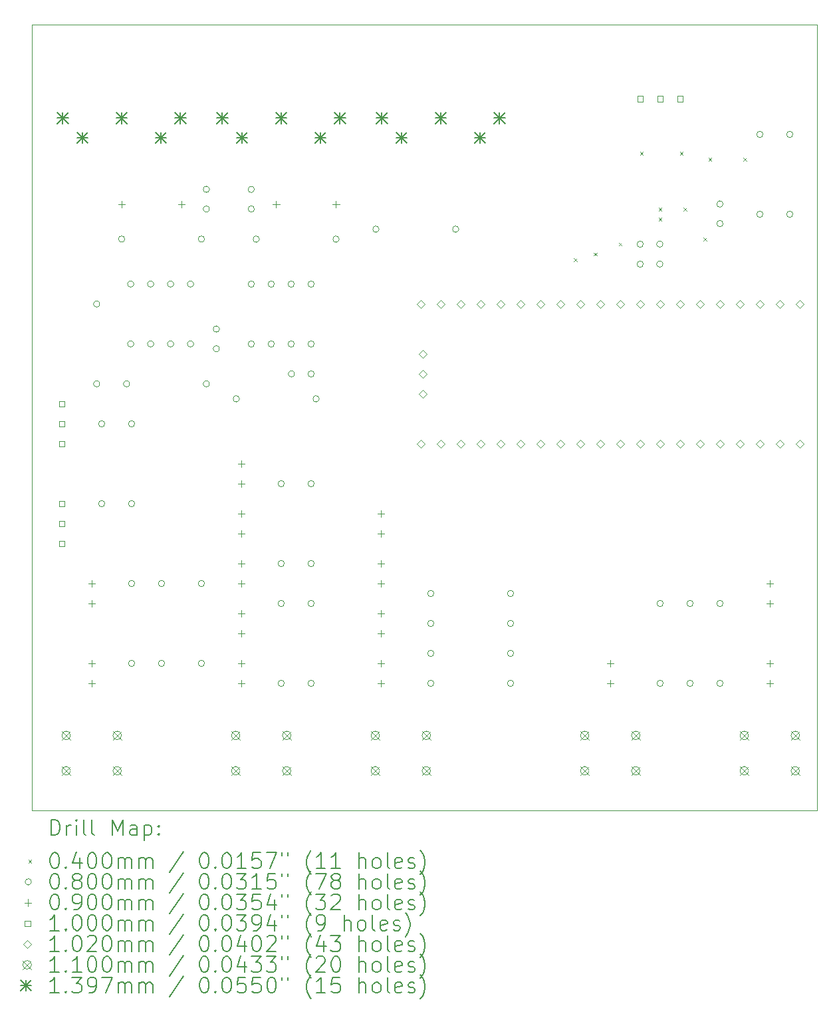
<source format=gbr>
%TF.GenerationSoftware,KiCad,Pcbnew,7.0.1*%
%TF.CreationDate,2023-04-14T15:47:10-04:00*%
%TF.ProjectId,ArpeggiatorV1.1,41727065-6767-4696-9174-6f7256312e31,rev?*%
%TF.SameCoordinates,Original*%
%TF.FileFunction,Drillmap*%
%TF.FilePolarity,Positive*%
%FSLAX45Y45*%
G04 Gerber Fmt 4.5, Leading zero omitted, Abs format (unit mm)*
G04 Created by KiCad (PCBNEW 7.0.1) date 2023-04-14 15:47:10*
%MOMM*%
%LPD*%
G01*
G04 APERTURE LIST*
%ADD10C,0.100000*%
%ADD11C,0.200000*%
%ADD12C,0.040000*%
%ADD13C,0.080000*%
%ADD14C,0.090000*%
%ADD15C,0.102000*%
%ADD16C,0.110000*%
%ADD17C,0.139700*%
G04 APERTURE END LIST*
D10*
X3556000Y-3556000D02*
X13556000Y-3556000D01*
X13556000Y-13556000D01*
X3556000Y-13556000D01*
X3556000Y-3556000D01*
D11*
D12*
X10459656Y-6527350D02*
X10499656Y-6567350D01*
X10499656Y-6527350D02*
X10459656Y-6567350D01*
X10711500Y-6457000D02*
X10751500Y-6497000D01*
X10751500Y-6457000D02*
X10711500Y-6497000D01*
X11029000Y-6330000D02*
X11069000Y-6370000D01*
X11069000Y-6330000D02*
X11029000Y-6370000D01*
X11301311Y-5177400D02*
X11341311Y-5217400D01*
X11341311Y-5177400D02*
X11301311Y-5217400D01*
X11537000Y-5885500D02*
X11577000Y-5925500D01*
X11577000Y-5885500D02*
X11537000Y-5925500D01*
X11537000Y-6012500D02*
X11577000Y-6052500D01*
X11577000Y-6012500D02*
X11537000Y-6052500D01*
X11809311Y-5177400D02*
X11849311Y-5217400D01*
X11849311Y-5177400D02*
X11809311Y-5217400D01*
X11854500Y-5885500D02*
X11894500Y-5925500D01*
X11894500Y-5885500D02*
X11854500Y-5925500D01*
X12108500Y-6266500D02*
X12148500Y-6306500D01*
X12148500Y-6266500D02*
X12108500Y-6306500D01*
X12172000Y-5250500D02*
X12212000Y-5290500D01*
X12212000Y-5250500D02*
X12172000Y-5290500D01*
X12616500Y-5250500D02*
X12656500Y-5290500D01*
X12656500Y-5250500D02*
X12616500Y-5290500D01*
D13*
X4421500Y-7112000D02*
G75*
G03*
X4421500Y-7112000I-40000J0D01*
G01*
X4421500Y-8128000D02*
G75*
G03*
X4421500Y-8128000I-40000J0D01*
G01*
X4485000Y-8636000D02*
G75*
G03*
X4485000Y-8636000I-40000J0D01*
G01*
X4485000Y-9652000D02*
G75*
G03*
X4485000Y-9652000I-40000J0D01*
G01*
X4739000Y-6286500D02*
G75*
G03*
X4739000Y-6286500I-40000J0D01*
G01*
X4802500Y-8128000D02*
G75*
G03*
X4802500Y-8128000I-40000J0D01*
G01*
X4854500Y-6858000D02*
G75*
G03*
X4854500Y-6858000I-40000J0D01*
G01*
X4854500Y-7620000D02*
G75*
G03*
X4854500Y-7620000I-40000J0D01*
G01*
X4866000Y-8636000D02*
G75*
G03*
X4866000Y-8636000I-40000J0D01*
G01*
X4866000Y-9652000D02*
G75*
G03*
X4866000Y-9652000I-40000J0D01*
G01*
X4866000Y-10668000D02*
G75*
G03*
X4866000Y-10668000I-40000J0D01*
G01*
X4866000Y-11684000D02*
G75*
G03*
X4866000Y-11684000I-40000J0D01*
G01*
X5108500Y-6858000D02*
G75*
G03*
X5108500Y-6858000I-40000J0D01*
G01*
X5108500Y-7620000D02*
G75*
G03*
X5108500Y-7620000I-40000J0D01*
G01*
X5247000Y-10668000D02*
G75*
G03*
X5247000Y-10668000I-40000J0D01*
G01*
X5247000Y-11684000D02*
G75*
G03*
X5247000Y-11684000I-40000J0D01*
G01*
X5362500Y-6858000D02*
G75*
G03*
X5362500Y-6858000I-40000J0D01*
G01*
X5362500Y-7620000D02*
G75*
G03*
X5362500Y-7620000I-40000J0D01*
G01*
X5616500Y-6858000D02*
G75*
G03*
X5616500Y-6858000I-40000J0D01*
G01*
X5616500Y-7620000D02*
G75*
G03*
X5616500Y-7620000I-40000J0D01*
G01*
X5755000Y-6286500D02*
G75*
G03*
X5755000Y-6286500I-40000J0D01*
G01*
X5755000Y-10668000D02*
G75*
G03*
X5755000Y-10668000I-40000J0D01*
G01*
X5755000Y-11684000D02*
G75*
G03*
X5755000Y-11684000I-40000J0D01*
G01*
X5818500Y-5653500D02*
G75*
G03*
X5818500Y-5653500I-40000J0D01*
G01*
X5818500Y-5903500D02*
G75*
G03*
X5818500Y-5903500I-40000J0D01*
G01*
X5818500Y-8128000D02*
G75*
G03*
X5818500Y-8128000I-40000J0D01*
G01*
X5945500Y-7431500D02*
G75*
G03*
X5945500Y-7431500I-40000J0D01*
G01*
X5945500Y-7681500D02*
G75*
G03*
X5945500Y-7681500I-40000J0D01*
G01*
X6199500Y-8318500D02*
G75*
G03*
X6199500Y-8318500I-40000J0D01*
G01*
X6390000Y-5653500D02*
G75*
G03*
X6390000Y-5653500I-40000J0D01*
G01*
X6390000Y-5903500D02*
G75*
G03*
X6390000Y-5903500I-40000J0D01*
G01*
X6390000Y-6858000D02*
G75*
G03*
X6390000Y-6858000I-40000J0D01*
G01*
X6390000Y-7620000D02*
G75*
G03*
X6390000Y-7620000I-40000J0D01*
G01*
X6453500Y-6286500D02*
G75*
G03*
X6453500Y-6286500I-40000J0D01*
G01*
X6644000Y-6858000D02*
G75*
G03*
X6644000Y-6858000I-40000J0D01*
G01*
X6644000Y-7620000D02*
G75*
G03*
X6644000Y-7620000I-40000J0D01*
G01*
X6771000Y-9398000D02*
G75*
G03*
X6771000Y-9398000I-40000J0D01*
G01*
X6771000Y-10414000D02*
G75*
G03*
X6771000Y-10414000I-40000J0D01*
G01*
X6771000Y-10922000D02*
G75*
G03*
X6771000Y-10922000I-40000J0D01*
G01*
X6771000Y-11938000D02*
G75*
G03*
X6771000Y-11938000I-40000J0D01*
G01*
X6898000Y-6858000D02*
G75*
G03*
X6898000Y-6858000I-40000J0D01*
G01*
X6898000Y-7620000D02*
G75*
G03*
X6898000Y-7620000I-40000J0D01*
G01*
X6902000Y-8001000D02*
G75*
G03*
X6902000Y-8001000I-40000J0D01*
G01*
X7152000Y-6858000D02*
G75*
G03*
X7152000Y-6858000I-40000J0D01*
G01*
X7152000Y-7620000D02*
G75*
G03*
X7152000Y-7620000I-40000J0D01*
G01*
X7152000Y-8001000D02*
G75*
G03*
X7152000Y-8001000I-40000J0D01*
G01*
X7152000Y-9398000D02*
G75*
G03*
X7152000Y-9398000I-40000J0D01*
G01*
X7152000Y-10414000D02*
G75*
G03*
X7152000Y-10414000I-40000J0D01*
G01*
X7152000Y-10922000D02*
G75*
G03*
X7152000Y-10922000I-40000J0D01*
G01*
X7152000Y-11938000D02*
G75*
G03*
X7152000Y-11938000I-40000J0D01*
G01*
X7215500Y-8318500D02*
G75*
G03*
X7215500Y-8318500I-40000J0D01*
G01*
X7469500Y-6286500D02*
G75*
G03*
X7469500Y-6286500I-40000J0D01*
G01*
X7977500Y-6159500D02*
G75*
G03*
X7977500Y-6159500I-40000J0D01*
G01*
X8676000Y-10795000D02*
G75*
G03*
X8676000Y-10795000I-40000J0D01*
G01*
X8676000Y-11176000D02*
G75*
G03*
X8676000Y-11176000I-40000J0D01*
G01*
X8676000Y-11557000D02*
G75*
G03*
X8676000Y-11557000I-40000J0D01*
G01*
X8676000Y-11938000D02*
G75*
G03*
X8676000Y-11938000I-40000J0D01*
G01*
X8993500Y-6159500D02*
G75*
G03*
X8993500Y-6159500I-40000J0D01*
G01*
X9692000Y-10795000D02*
G75*
G03*
X9692000Y-10795000I-40000J0D01*
G01*
X9692000Y-11176000D02*
G75*
G03*
X9692000Y-11176000I-40000J0D01*
G01*
X9692000Y-11557000D02*
G75*
G03*
X9692000Y-11557000I-40000J0D01*
G01*
X9692000Y-11938000D02*
G75*
G03*
X9692000Y-11938000I-40000J0D01*
G01*
X11343000Y-6350000D02*
G75*
G03*
X11343000Y-6350000I-40000J0D01*
G01*
X11343000Y-6604000D02*
G75*
G03*
X11343000Y-6604000I-40000J0D01*
G01*
X11593000Y-6350000D02*
G75*
G03*
X11593000Y-6350000I-40000J0D01*
G01*
X11593000Y-6604000D02*
G75*
G03*
X11593000Y-6604000I-40000J0D01*
G01*
X11597000Y-10922000D02*
G75*
G03*
X11597000Y-10922000I-40000J0D01*
G01*
X11597000Y-11938000D02*
G75*
G03*
X11597000Y-11938000I-40000J0D01*
G01*
X11978000Y-10922000D02*
G75*
G03*
X11978000Y-10922000I-40000J0D01*
G01*
X11978000Y-11938000D02*
G75*
G03*
X11978000Y-11938000I-40000J0D01*
G01*
X12359000Y-5839511D02*
G75*
G03*
X12359000Y-5839511I-40000J0D01*
G01*
X12359000Y-6089511D02*
G75*
G03*
X12359000Y-6089511I-40000J0D01*
G01*
X12359000Y-10922000D02*
G75*
G03*
X12359000Y-10922000I-40000J0D01*
G01*
X12359000Y-11938000D02*
G75*
G03*
X12359000Y-11938000I-40000J0D01*
G01*
X12867000Y-4953000D02*
G75*
G03*
X12867000Y-4953000I-40000J0D01*
G01*
X12867000Y-5969000D02*
G75*
G03*
X12867000Y-5969000I-40000J0D01*
G01*
X13248000Y-4953000D02*
G75*
G03*
X13248000Y-4953000I-40000J0D01*
G01*
X13248000Y-5969000D02*
G75*
G03*
X13248000Y-5969000I-40000J0D01*
G01*
D14*
X4318000Y-10623000D02*
X4318000Y-10713000D01*
X4273000Y-10668000D02*
X4363000Y-10668000D01*
X4318000Y-10877000D02*
X4318000Y-10967000D01*
X4273000Y-10922000D02*
X4363000Y-10922000D01*
X4318000Y-11639000D02*
X4318000Y-11729000D01*
X4273000Y-11684000D02*
X4363000Y-11684000D01*
X4318000Y-11893000D02*
X4318000Y-11983000D01*
X4273000Y-11938000D02*
X4363000Y-11938000D01*
X4699000Y-5797000D02*
X4699000Y-5887000D01*
X4654000Y-5842000D02*
X4744000Y-5842000D01*
X5461000Y-5797000D02*
X5461000Y-5887000D01*
X5416000Y-5842000D02*
X5506000Y-5842000D01*
X6223000Y-9099000D02*
X6223000Y-9189000D01*
X6178000Y-9144000D02*
X6268000Y-9144000D01*
X6223000Y-9353000D02*
X6223000Y-9443000D01*
X6178000Y-9398000D02*
X6268000Y-9398000D01*
X6223000Y-9734000D02*
X6223000Y-9824000D01*
X6178000Y-9779000D02*
X6268000Y-9779000D01*
X6223000Y-9988000D02*
X6223000Y-10078000D01*
X6178000Y-10033000D02*
X6268000Y-10033000D01*
X6223000Y-10369000D02*
X6223000Y-10459000D01*
X6178000Y-10414000D02*
X6268000Y-10414000D01*
X6223000Y-10623000D02*
X6223000Y-10713000D01*
X6178000Y-10668000D02*
X6268000Y-10668000D01*
X6223000Y-11004000D02*
X6223000Y-11094000D01*
X6178000Y-11049000D02*
X6268000Y-11049000D01*
X6223000Y-11258000D02*
X6223000Y-11348000D01*
X6178000Y-11303000D02*
X6268000Y-11303000D01*
X6223000Y-11639000D02*
X6223000Y-11729000D01*
X6178000Y-11684000D02*
X6268000Y-11684000D01*
X6223000Y-11893000D02*
X6223000Y-11983000D01*
X6178000Y-11938000D02*
X6268000Y-11938000D01*
X6667500Y-5797000D02*
X6667500Y-5887000D01*
X6622500Y-5842000D02*
X6712500Y-5842000D01*
X7429500Y-5797000D02*
X7429500Y-5887000D01*
X7384500Y-5842000D02*
X7474500Y-5842000D01*
X8001000Y-9734000D02*
X8001000Y-9824000D01*
X7956000Y-9779000D02*
X8046000Y-9779000D01*
X8001000Y-9988000D02*
X8001000Y-10078000D01*
X7956000Y-10033000D02*
X8046000Y-10033000D01*
X8001000Y-10369000D02*
X8001000Y-10459000D01*
X7956000Y-10414000D02*
X8046000Y-10414000D01*
X8001000Y-10623000D02*
X8001000Y-10713000D01*
X7956000Y-10668000D02*
X8046000Y-10668000D01*
X8001000Y-11004000D02*
X8001000Y-11094000D01*
X7956000Y-11049000D02*
X8046000Y-11049000D01*
X8001000Y-11258000D02*
X8001000Y-11348000D01*
X7956000Y-11303000D02*
X8046000Y-11303000D01*
X8001000Y-11639000D02*
X8001000Y-11729000D01*
X7956000Y-11684000D02*
X8046000Y-11684000D01*
X8001000Y-11893000D02*
X8001000Y-11983000D01*
X7956000Y-11938000D02*
X8046000Y-11938000D01*
X10922000Y-11639000D02*
X10922000Y-11729000D01*
X10877000Y-11684000D02*
X10967000Y-11684000D01*
X10922000Y-11893000D02*
X10922000Y-11983000D01*
X10877000Y-11938000D02*
X10967000Y-11938000D01*
X12954000Y-10623000D02*
X12954000Y-10713000D01*
X12909000Y-10668000D02*
X12999000Y-10668000D01*
X12954000Y-10877000D02*
X12954000Y-10967000D01*
X12909000Y-10922000D02*
X12999000Y-10922000D01*
X12954000Y-11639000D02*
X12954000Y-11729000D01*
X12909000Y-11684000D02*
X12999000Y-11684000D01*
X12954000Y-11893000D02*
X12954000Y-11983000D01*
X12909000Y-11938000D02*
X12999000Y-11938000D01*
D10*
X3972356Y-8418856D02*
X3972356Y-8348144D01*
X3901644Y-8348144D01*
X3901644Y-8418856D01*
X3972356Y-8418856D01*
X3972356Y-8672856D02*
X3972356Y-8602144D01*
X3901644Y-8602144D01*
X3901644Y-8672856D01*
X3972356Y-8672856D01*
X3972356Y-8926856D02*
X3972356Y-8856144D01*
X3901644Y-8856144D01*
X3901644Y-8926856D01*
X3972356Y-8926856D01*
X3972356Y-9687356D02*
X3972356Y-9616644D01*
X3901644Y-9616644D01*
X3901644Y-9687356D01*
X3972356Y-9687356D01*
X3972356Y-9941356D02*
X3972356Y-9870644D01*
X3901644Y-9870644D01*
X3901644Y-9941356D01*
X3972356Y-9941356D01*
X3972356Y-10195356D02*
X3972356Y-10124644D01*
X3901644Y-10124644D01*
X3901644Y-10195356D01*
X3972356Y-10195356D01*
X11336856Y-4536856D02*
X11336856Y-4466144D01*
X11266144Y-4466144D01*
X11266144Y-4536856D01*
X11336856Y-4536856D01*
X11590856Y-4536856D02*
X11590856Y-4466144D01*
X11520144Y-4466144D01*
X11520144Y-4536856D01*
X11590856Y-4536856D01*
X11844856Y-4536856D02*
X11844856Y-4466144D01*
X11774144Y-4466144D01*
X11774144Y-4536856D01*
X11844856Y-4536856D01*
D15*
X8509000Y-7163000D02*
X8560000Y-7112000D01*
X8509000Y-7061000D01*
X8458000Y-7112000D01*
X8509000Y-7163000D01*
X8509000Y-8941000D02*
X8560000Y-8890000D01*
X8509000Y-8839000D01*
X8458000Y-8890000D01*
X8509000Y-8941000D01*
X8532000Y-7798000D02*
X8583000Y-7747000D01*
X8532000Y-7696000D01*
X8481000Y-7747000D01*
X8532000Y-7798000D01*
X8532000Y-8052000D02*
X8583000Y-8001000D01*
X8532000Y-7950000D01*
X8481000Y-8001000D01*
X8532000Y-8052000D01*
X8532000Y-8306000D02*
X8583000Y-8255000D01*
X8532000Y-8204000D01*
X8481000Y-8255000D01*
X8532000Y-8306000D01*
X8763000Y-7163000D02*
X8814000Y-7112000D01*
X8763000Y-7061000D01*
X8712000Y-7112000D01*
X8763000Y-7163000D01*
X8763000Y-8941000D02*
X8814000Y-8890000D01*
X8763000Y-8839000D01*
X8712000Y-8890000D01*
X8763000Y-8941000D01*
X9017000Y-7163000D02*
X9068000Y-7112000D01*
X9017000Y-7061000D01*
X8966000Y-7112000D01*
X9017000Y-7163000D01*
X9017000Y-8941000D02*
X9068000Y-8890000D01*
X9017000Y-8839000D01*
X8966000Y-8890000D01*
X9017000Y-8941000D01*
X9271000Y-7163000D02*
X9322000Y-7112000D01*
X9271000Y-7061000D01*
X9220000Y-7112000D01*
X9271000Y-7163000D01*
X9271000Y-8941000D02*
X9322000Y-8890000D01*
X9271000Y-8839000D01*
X9220000Y-8890000D01*
X9271000Y-8941000D01*
X9525000Y-7163000D02*
X9576000Y-7112000D01*
X9525000Y-7061000D01*
X9474000Y-7112000D01*
X9525000Y-7163000D01*
X9525000Y-8941000D02*
X9576000Y-8890000D01*
X9525000Y-8839000D01*
X9474000Y-8890000D01*
X9525000Y-8941000D01*
X9779000Y-7163000D02*
X9830000Y-7112000D01*
X9779000Y-7061000D01*
X9728000Y-7112000D01*
X9779000Y-7163000D01*
X9779000Y-8941000D02*
X9830000Y-8890000D01*
X9779000Y-8839000D01*
X9728000Y-8890000D01*
X9779000Y-8941000D01*
X10033000Y-7163000D02*
X10084000Y-7112000D01*
X10033000Y-7061000D01*
X9982000Y-7112000D01*
X10033000Y-7163000D01*
X10033000Y-8941000D02*
X10084000Y-8890000D01*
X10033000Y-8839000D01*
X9982000Y-8890000D01*
X10033000Y-8941000D01*
X10287000Y-7163000D02*
X10338000Y-7112000D01*
X10287000Y-7061000D01*
X10236000Y-7112000D01*
X10287000Y-7163000D01*
X10287000Y-8941000D02*
X10338000Y-8890000D01*
X10287000Y-8839000D01*
X10236000Y-8890000D01*
X10287000Y-8941000D01*
X10541000Y-7163000D02*
X10592000Y-7112000D01*
X10541000Y-7061000D01*
X10490000Y-7112000D01*
X10541000Y-7163000D01*
X10541000Y-8941000D02*
X10592000Y-8890000D01*
X10541000Y-8839000D01*
X10490000Y-8890000D01*
X10541000Y-8941000D01*
X10795000Y-7163000D02*
X10846000Y-7112000D01*
X10795000Y-7061000D01*
X10744000Y-7112000D01*
X10795000Y-7163000D01*
X10795000Y-8941000D02*
X10846000Y-8890000D01*
X10795000Y-8839000D01*
X10744000Y-8890000D01*
X10795000Y-8941000D01*
X11049000Y-7163000D02*
X11100000Y-7112000D01*
X11049000Y-7061000D01*
X10998000Y-7112000D01*
X11049000Y-7163000D01*
X11049000Y-8941000D02*
X11100000Y-8890000D01*
X11049000Y-8839000D01*
X10998000Y-8890000D01*
X11049000Y-8941000D01*
X11303000Y-7163000D02*
X11354000Y-7112000D01*
X11303000Y-7061000D01*
X11252000Y-7112000D01*
X11303000Y-7163000D01*
X11303000Y-8941000D02*
X11354000Y-8890000D01*
X11303000Y-8839000D01*
X11252000Y-8890000D01*
X11303000Y-8941000D01*
X11557000Y-7163000D02*
X11608000Y-7112000D01*
X11557000Y-7061000D01*
X11506000Y-7112000D01*
X11557000Y-7163000D01*
X11557000Y-8941000D02*
X11608000Y-8890000D01*
X11557000Y-8839000D01*
X11506000Y-8890000D01*
X11557000Y-8941000D01*
X11811000Y-7163000D02*
X11862000Y-7112000D01*
X11811000Y-7061000D01*
X11760000Y-7112000D01*
X11811000Y-7163000D01*
X11811000Y-8941000D02*
X11862000Y-8890000D01*
X11811000Y-8839000D01*
X11760000Y-8890000D01*
X11811000Y-8941000D01*
X12065000Y-7163000D02*
X12116000Y-7112000D01*
X12065000Y-7061000D01*
X12014000Y-7112000D01*
X12065000Y-7163000D01*
X12065000Y-8941000D02*
X12116000Y-8890000D01*
X12065000Y-8839000D01*
X12014000Y-8890000D01*
X12065000Y-8941000D01*
X12319000Y-7163000D02*
X12370000Y-7112000D01*
X12319000Y-7061000D01*
X12268000Y-7112000D01*
X12319000Y-7163000D01*
X12319000Y-8941000D02*
X12370000Y-8890000D01*
X12319000Y-8839000D01*
X12268000Y-8890000D01*
X12319000Y-8941000D01*
X12573000Y-7163000D02*
X12624000Y-7112000D01*
X12573000Y-7061000D01*
X12522000Y-7112000D01*
X12573000Y-7163000D01*
X12573000Y-8941000D02*
X12624000Y-8890000D01*
X12573000Y-8839000D01*
X12522000Y-8890000D01*
X12573000Y-8941000D01*
X12827000Y-7163000D02*
X12878000Y-7112000D01*
X12827000Y-7061000D01*
X12776000Y-7112000D01*
X12827000Y-7163000D01*
X12827000Y-8941000D02*
X12878000Y-8890000D01*
X12827000Y-8839000D01*
X12776000Y-8890000D01*
X12827000Y-8941000D01*
X13081000Y-7163000D02*
X13132000Y-7112000D01*
X13081000Y-7061000D01*
X13030000Y-7112000D01*
X13081000Y-7163000D01*
X13081000Y-8941000D02*
X13132000Y-8890000D01*
X13081000Y-8839000D01*
X13030000Y-8890000D01*
X13081000Y-8941000D01*
X13335000Y-7163000D02*
X13386000Y-7112000D01*
X13335000Y-7061000D01*
X13284000Y-7112000D01*
X13335000Y-7163000D01*
X13335000Y-8941000D02*
X13386000Y-8890000D01*
X13335000Y-8839000D01*
X13284000Y-8890000D01*
X13335000Y-8941000D01*
D16*
X3938000Y-12547000D02*
X4048000Y-12657000D01*
X4048000Y-12547000D02*
X3938000Y-12657000D01*
X4048000Y-12602000D02*
G75*
G03*
X4048000Y-12602000I-55000J0D01*
G01*
X3938000Y-12997000D02*
X4048000Y-13107000D01*
X4048000Y-12997000D02*
X3938000Y-13107000D01*
X4048000Y-13052000D02*
G75*
G03*
X4048000Y-13052000I-55000J0D01*
G01*
X4588000Y-12547000D02*
X4698000Y-12657000D01*
X4698000Y-12547000D02*
X4588000Y-12657000D01*
X4698000Y-12602000D02*
G75*
G03*
X4698000Y-12602000I-55000J0D01*
G01*
X4588000Y-12997000D02*
X4698000Y-13107000D01*
X4698000Y-12997000D02*
X4588000Y-13107000D01*
X4698000Y-13052000D02*
G75*
G03*
X4698000Y-13052000I-55000J0D01*
G01*
X6097000Y-12547000D02*
X6207000Y-12657000D01*
X6207000Y-12547000D02*
X6097000Y-12657000D01*
X6207000Y-12602000D02*
G75*
G03*
X6207000Y-12602000I-55000J0D01*
G01*
X6097000Y-12997000D02*
X6207000Y-13107000D01*
X6207000Y-12997000D02*
X6097000Y-13107000D01*
X6207000Y-13052000D02*
G75*
G03*
X6207000Y-13052000I-55000J0D01*
G01*
X6747000Y-12547000D02*
X6857000Y-12657000D01*
X6857000Y-12547000D02*
X6747000Y-12657000D01*
X6857000Y-12602000D02*
G75*
G03*
X6857000Y-12602000I-55000J0D01*
G01*
X6747000Y-12997000D02*
X6857000Y-13107000D01*
X6857000Y-12997000D02*
X6747000Y-13107000D01*
X6857000Y-13052000D02*
G75*
G03*
X6857000Y-13052000I-55000J0D01*
G01*
X7875000Y-12547000D02*
X7985000Y-12657000D01*
X7985000Y-12547000D02*
X7875000Y-12657000D01*
X7985000Y-12602000D02*
G75*
G03*
X7985000Y-12602000I-55000J0D01*
G01*
X7875000Y-12997000D02*
X7985000Y-13107000D01*
X7985000Y-12997000D02*
X7875000Y-13107000D01*
X7985000Y-13052000D02*
G75*
G03*
X7985000Y-13052000I-55000J0D01*
G01*
X8525000Y-12547000D02*
X8635000Y-12657000D01*
X8635000Y-12547000D02*
X8525000Y-12657000D01*
X8635000Y-12602000D02*
G75*
G03*
X8635000Y-12602000I-55000J0D01*
G01*
X8525000Y-12997000D02*
X8635000Y-13107000D01*
X8635000Y-12997000D02*
X8525000Y-13107000D01*
X8635000Y-13052000D02*
G75*
G03*
X8635000Y-13052000I-55000J0D01*
G01*
X10542000Y-12547000D02*
X10652000Y-12657000D01*
X10652000Y-12547000D02*
X10542000Y-12657000D01*
X10652000Y-12602000D02*
G75*
G03*
X10652000Y-12602000I-55000J0D01*
G01*
X10542000Y-12997000D02*
X10652000Y-13107000D01*
X10652000Y-12997000D02*
X10542000Y-13107000D01*
X10652000Y-13052000D02*
G75*
G03*
X10652000Y-13052000I-55000J0D01*
G01*
X11192000Y-12547000D02*
X11302000Y-12657000D01*
X11302000Y-12547000D02*
X11192000Y-12657000D01*
X11302000Y-12602000D02*
G75*
G03*
X11302000Y-12602000I-55000J0D01*
G01*
X11192000Y-12997000D02*
X11302000Y-13107000D01*
X11302000Y-12997000D02*
X11192000Y-13107000D01*
X11302000Y-13052000D02*
G75*
G03*
X11302000Y-13052000I-55000J0D01*
G01*
X12574000Y-12547000D02*
X12684000Y-12657000D01*
X12684000Y-12547000D02*
X12574000Y-12657000D01*
X12684000Y-12602000D02*
G75*
G03*
X12684000Y-12602000I-55000J0D01*
G01*
X12574000Y-12997000D02*
X12684000Y-13107000D01*
X12684000Y-12997000D02*
X12574000Y-13107000D01*
X12684000Y-13052000D02*
G75*
G03*
X12684000Y-13052000I-55000J0D01*
G01*
X13224000Y-12547000D02*
X13334000Y-12657000D01*
X13334000Y-12547000D02*
X13224000Y-12657000D01*
X13334000Y-12602000D02*
G75*
G03*
X13334000Y-12602000I-55000J0D01*
G01*
X13224000Y-12997000D02*
X13334000Y-13107000D01*
X13334000Y-12997000D02*
X13224000Y-13107000D01*
X13334000Y-13052000D02*
G75*
G03*
X13334000Y-13052000I-55000J0D01*
G01*
D17*
X3879342Y-4674870D02*
X4019042Y-4814570D01*
X4019042Y-4674870D02*
X3879342Y-4814570D01*
X3949192Y-4674870D02*
X3949192Y-4814570D01*
X3879342Y-4744720D02*
X4019042Y-4744720D01*
X4129532Y-4925060D02*
X4269232Y-5064760D01*
X4269232Y-4925060D02*
X4129532Y-5064760D01*
X4199382Y-4925060D02*
X4199382Y-5064760D01*
X4129532Y-4994910D02*
X4269232Y-4994910D01*
X4629150Y-4675124D02*
X4768850Y-4814824D01*
X4768850Y-4675124D02*
X4629150Y-4814824D01*
X4699000Y-4675124D02*
X4699000Y-4814824D01*
X4629150Y-4744974D02*
X4768850Y-4744974D01*
X5128768Y-4925060D02*
X5268468Y-5064760D01*
X5268468Y-4925060D02*
X5128768Y-5064760D01*
X5198618Y-4925060D02*
X5198618Y-5064760D01*
X5128768Y-4994910D02*
X5268468Y-4994910D01*
X5378958Y-4674870D02*
X5518658Y-4814570D01*
X5518658Y-4674870D02*
X5378958Y-4814570D01*
X5448808Y-4674870D02*
X5448808Y-4814570D01*
X5378958Y-4744720D02*
X5518658Y-4744720D01*
X5911342Y-4674870D02*
X6051042Y-4814570D01*
X6051042Y-4674870D02*
X5911342Y-4814570D01*
X5981192Y-4674870D02*
X5981192Y-4814570D01*
X5911342Y-4744720D02*
X6051042Y-4744720D01*
X6161532Y-4925060D02*
X6301232Y-5064760D01*
X6301232Y-4925060D02*
X6161532Y-5064760D01*
X6231382Y-4925060D02*
X6231382Y-5064760D01*
X6161532Y-4994910D02*
X6301232Y-4994910D01*
X6661150Y-4675124D02*
X6800850Y-4814824D01*
X6800850Y-4675124D02*
X6661150Y-4814824D01*
X6731000Y-4675124D02*
X6731000Y-4814824D01*
X6661150Y-4744974D02*
X6800850Y-4744974D01*
X7160768Y-4925060D02*
X7300468Y-5064760D01*
X7300468Y-4925060D02*
X7160768Y-5064760D01*
X7230618Y-4925060D02*
X7230618Y-5064760D01*
X7160768Y-4994910D02*
X7300468Y-4994910D01*
X7410958Y-4674870D02*
X7550658Y-4814570D01*
X7550658Y-4674870D02*
X7410958Y-4814570D01*
X7480808Y-4674870D02*
X7480808Y-4814570D01*
X7410958Y-4744720D02*
X7550658Y-4744720D01*
X7943342Y-4674870D02*
X8083042Y-4814570D01*
X8083042Y-4674870D02*
X7943342Y-4814570D01*
X8013192Y-4674870D02*
X8013192Y-4814570D01*
X7943342Y-4744720D02*
X8083042Y-4744720D01*
X8193532Y-4925060D02*
X8333232Y-5064760D01*
X8333232Y-4925060D02*
X8193532Y-5064760D01*
X8263382Y-4925060D02*
X8263382Y-5064760D01*
X8193532Y-4994910D02*
X8333232Y-4994910D01*
X8693150Y-4675124D02*
X8832850Y-4814824D01*
X8832850Y-4675124D02*
X8693150Y-4814824D01*
X8763000Y-4675124D02*
X8763000Y-4814824D01*
X8693150Y-4744974D02*
X8832850Y-4744974D01*
X9192768Y-4925060D02*
X9332468Y-5064760D01*
X9332468Y-4925060D02*
X9192768Y-5064760D01*
X9262618Y-4925060D02*
X9262618Y-5064760D01*
X9192768Y-4994910D02*
X9332468Y-4994910D01*
X9442958Y-4674870D02*
X9582658Y-4814570D01*
X9582658Y-4674870D02*
X9442958Y-4814570D01*
X9512808Y-4674870D02*
X9512808Y-4814570D01*
X9442958Y-4744720D02*
X9582658Y-4744720D01*
D11*
X3798619Y-13873524D02*
X3798619Y-13673524D01*
X3798619Y-13673524D02*
X3846238Y-13673524D01*
X3846238Y-13673524D02*
X3874809Y-13683048D01*
X3874809Y-13683048D02*
X3893857Y-13702095D01*
X3893857Y-13702095D02*
X3903381Y-13721143D01*
X3903381Y-13721143D02*
X3912905Y-13759238D01*
X3912905Y-13759238D02*
X3912905Y-13787809D01*
X3912905Y-13787809D02*
X3903381Y-13825905D01*
X3903381Y-13825905D02*
X3893857Y-13844952D01*
X3893857Y-13844952D02*
X3874809Y-13864000D01*
X3874809Y-13864000D02*
X3846238Y-13873524D01*
X3846238Y-13873524D02*
X3798619Y-13873524D01*
X3998619Y-13873524D02*
X3998619Y-13740190D01*
X3998619Y-13778286D02*
X4008143Y-13759238D01*
X4008143Y-13759238D02*
X4017667Y-13749714D01*
X4017667Y-13749714D02*
X4036714Y-13740190D01*
X4036714Y-13740190D02*
X4055762Y-13740190D01*
X4122428Y-13873524D02*
X4122428Y-13740190D01*
X4122428Y-13673524D02*
X4112905Y-13683048D01*
X4112905Y-13683048D02*
X4122428Y-13692571D01*
X4122428Y-13692571D02*
X4131952Y-13683048D01*
X4131952Y-13683048D02*
X4122428Y-13673524D01*
X4122428Y-13673524D02*
X4122428Y-13692571D01*
X4246238Y-13873524D02*
X4227190Y-13864000D01*
X4227190Y-13864000D02*
X4217667Y-13844952D01*
X4217667Y-13844952D02*
X4217667Y-13673524D01*
X4351000Y-13873524D02*
X4331952Y-13864000D01*
X4331952Y-13864000D02*
X4322429Y-13844952D01*
X4322429Y-13844952D02*
X4322429Y-13673524D01*
X4579571Y-13873524D02*
X4579571Y-13673524D01*
X4579571Y-13673524D02*
X4646238Y-13816381D01*
X4646238Y-13816381D02*
X4712905Y-13673524D01*
X4712905Y-13673524D02*
X4712905Y-13873524D01*
X4893857Y-13873524D02*
X4893857Y-13768762D01*
X4893857Y-13768762D02*
X4884333Y-13749714D01*
X4884333Y-13749714D02*
X4865286Y-13740190D01*
X4865286Y-13740190D02*
X4827190Y-13740190D01*
X4827190Y-13740190D02*
X4808143Y-13749714D01*
X4893857Y-13864000D02*
X4874810Y-13873524D01*
X4874810Y-13873524D02*
X4827190Y-13873524D01*
X4827190Y-13873524D02*
X4808143Y-13864000D01*
X4808143Y-13864000D02*
X4798619Y-13844952D01*
X4798619Y-13844952D02*
X4798619Y-13825905D01*
X4798619Y-13825905D02*
X4808143Y-13806857D01*
X4808143Y-13806857D02*
X4827190Y-13797333D01*
X4827190Y-13797333D02*
X4874810Y-13797333D01*
X4874810Y-13797333D02*
X4893857Y-13787809D01*
X4989095Y-13740190D02*
X4989095Y-13940190D01*
X4989095Y-13749714D02*
X5008143Y-13740190D01*
X5008143Y-13740190D02*
X5046238Y-13740190D01*
X5046238Y-13740190D02*
X5065286Y-13749714D01*
X5065286Y-13749714D02*
X5074810Y-13759238D01*
X5074810Y-13759238D02*
X5084333Y-13778286D01*
X5084333Y-13778286D02*
X5084333Y-13835428D01*
X5084333Y-13835428D02*
X5074810Y-13854476D01*
X5074810Y-13854476D02*
X5065286Y-13864000D01*
X5065286Y-13864000D02*
X5046238Y-13873524D01*
X5046238Y-13873524D02*
X5008143Y-13873524D01*
X5008143Y-13873524D02*
X4989095Y-13864000D01*
X5170048Y-13854476D02*
X5179571Y-13864000D01*
X5179571Y-13864000D02*
X5170048Y-13873524D01*
X5170048Y-13873524D02*
X5160524Y-13864000D01*
X5160524Y-13864000D02*
X5170048Y-13854476D01*
X5170048Y-13854476D02*
X5170048Y-13873524D01*
X5170048Y-13749714D02*
X5179571Y-13759238D01*
X5179571Y-13759238D02*
X5170048Y-13768762D01*
X5170048Y-13768762D02*
X5160524Y-13759238D01*
X5160524Y-13759238D02*
X5170048Y-13749714D01*
X5170048Y-13749714D02*
X5170048Y-13768762D01*
D12*
X3511000Y-14181000D02*
X3551000Y-14221000D01*
X3551000Y-14181000D02*
X3511000Y-14221000D01*
D11*
X3836714Y-14093524D02*
X3855762Y-14093524D01*
X3855762Y-14093524D02*
X3874809Y-14103048D01*
X3874809Y-14103048D02*
X3884333Y-14112571D01*
X3884333Y-14112571D02*
X3893857Y-14131619D01*
X3893857Y-14131619D02*
X3903381Y-14169714D01*
X3903381Y-14169714D02*
X3903381Y-14217333D01*
X3903381Y-14217333D02*
X3893857Y-14255428D01*
X3893857Y-14255428D02*
X3884333Y-14274476D01*
X3884333Y-14274476D02*
X3874809Y-14284000D01*
X3874809Y-14284000D02*
X3855762Y-14293524D01*
X3855762Y-14293524D02*
X3836714Y-14293524D01*
X3836714Y-14293524D02*
X3817667Y-14284000D01*
X3817667Y-14284000D02*
X3808143Y-14274476D01*
X3808143Y-14274476D02*
X3798619Y-14255428D01*
X3798619Y-14255428D02*
X3789095Y-14217333D01*
X3789095Y-14217333D02*
X3789095Y-14169714D01*
X3789095Y-14169714D02*
X3798619Y-14131619D01*
X3798619Y-14131619D02*
X3808143Y-14112571D01*
X3808143Y-14112571D02*
X3817667Y-14103048D01*
X3817667Y-14103048D02*
X3836714Y-14093524D01*
X3989095Y-14274476D02*
X3998619Y-14284000D01*
X3998619Y-14284000D02*
X3989095Y-14293524D01*
X3989095Y-14293524D02*
X3979571Y-14284000D01*
X3979571Y-14284000D02*
X3989095Y-14274476D01*
X3989095Y-14274476D02*
X3989095Y-14293524D01*
X4170048Y-14160190D02*
X4170048Y-14293524D01*
X4122428Y-14084000D02*
X4074809Y-14226857D01*
X4074809Y-14226857D02*
X4198619Y-14226857D01*
X4312905Y-14093524D02*
X4331952Y-14093524D01*
X4331952Y-14093524D02*
X4351000Y-14103048D01*
X4351000Y-14103048D02*
X4360524Y-14112571D01*
X4360524Y-14112571D02*
X4370048Y-14131619D01*
X4370048Y-14131619D02*
X4379571Y-14169714D01*
X4379571Y-14169714D02*
X4379571Y-14217333D01*
X4379571Y-14217333D02*
X4370048Y-14255428D01*
X4370048Y-14255428D02*
X4360524Y-14274476D01*
X4360524Y-14274476D02*
X4351000Y-14284000D01*
X4351000Y-14284000D02*
X4331952Y-14293524D01*
X4331952Y-14293524D02*
X4312905Y-14293524D01*
X4312905Y-14293524D02*
X4293857Y-14284000D01*
X4293857Y-14284000D02*
X4284333Y-14274476D01*
X4284333Y-14274476D02*
X4274810Y-14255428D01*
X4274810Y-14255428D02*
X4265286Y-14217333D01*
X4265286Y-14217333D02*
X4265286Y-14169714D01*
X4265286Y-14169714D02*
X4274810Y-14131619D01*
X4274810Y-14131619D02*
X4284333Y-14112571D01*
X4284333Y-14112571D02*
X4293857Y-14103048D01*
X4293857Y-14103048D02*
X4312905Y-14093524D01*
X4503381Y-14093524D02*
X4522429Y-14093524D01*
X4522429Y-14093524D02*
X4541476Y-14103048D01*
X4541476Y-14103048D02*
X4551000Y-14112571D01*
X4551000Y-14112571D02*
X4560524Y-14131619D01*
X4560524Y-14131619D02*
X4570048Y-14169714D01*
X4570048Y-14169714D02*
X4570048Y-14217333D01*
X4570048Y-14217333D02*
X4560524Y-14255428D01*
X4560524Y-14255428D02*
X4551000Y-14274476D01*
X4551000Y-14274476D02*
X4541476Y-14284000D01*
X4541476Y-14284000D02*
X4522429Y-14293524D01*
X4522429Y-14293524D02*
X4503381Y-14293524D01*
X4503381Y-14293524D02*
X4484333Y-14284000D01*
X4484333Y-14284000D02*
X4474810Y-14274476D01*
X4474810Y-14274476D02*
X4465286Y-14255428D01*
X4465286Y-14255428D02*
X4455762Y-14217333D01*
X4455762Y-14217333D02*
X4455762Y-14169714D01*
X4455762Y-14169714D02*
X4465286Y-14131619D01*
X4465286Y-14131619D02*
X4474810Y-14112571D01*
X4474810Y-14112571D02*
X4484333Y-14103048D01*
X4484333Y-14103048D02*
X4503381Y-14093524D01*
X4655762Y-14293524D02*
X4655762Y-14160190D01*
X4655762Y-14179238D02*
X4665286Y-14169714D01*
X4665286Y-14169714D02*
X4684333Y-14160190D01*
X4684333Y-14160190D02*
X4712905Y-14160190D01*
X4712905Y-14160190D02*
X4731952Y-14169714D01*
X4731952Y-14169714D02*
X4741476Y-14188762D01*
X4741476Y-14188762D02*
X4741476Y-14293524D01*
X4741476Y-14188762D02*
X4751000Y-14169714D01*
X4751000Y-14169714D02*
X4770048Y-14160190D01*
X4770048Y-14160190D02*
X4798619Y-14160190D01*
X4798619Y-14160190D02*
X4817667Y-14169714D01*
X4817667Y-14169714D02*
X4827191Y-14188762D01*
X4827191Y-14188762D02*
X4827191Y-14293524D01*
X4922429Y-14293524D02*
X4922429Y-14160190D01*
X4922429Y-14179238D02*
X4931952Y-14169714D01*
X4931952Y-14169714D02*
X4951000Y-14160190D01*
X4951000Y-14160190D02*
X4979572Y-14160190D01*
X4979572Y-14160190D02*
X4998619Y-14169714D01*
X4998619Y-14169714D02*
X5008143Y-14188762D01*
X5008143Y-14188762D02*
X5008143Y-14293524D01*
X5008143Y-14188762D02*
X5017667Y-14169714D01*
X5017667Y-14169714D02*
X5036714Y-14160190D01*
X5036714Y-14160190D02*
X5065286Y-14160190D01*
X5065286Y-14160190D02*
X5084333Y-14169714D01*
X5084333Y-14169714D02*
X5093857Y-14188762D01*
X5093857Y-14188762D02*
X5093857Y-14293524D01*
X5484333Y-14084000D02*
X5312905Y-14341143D01*
X5741476Y-14093524D02*
X5760524Y-14093524D01*
X5760524Y-14093524D02*
X5779572Y-14103048D01*
X5779572Y-14103048D02*
X5789095Y-14112571D01*
X5789095Y-14112571D02*
X5798619Y-14131619D01*
X5798619Y-14131619D02*
X5808143Y-14169714D01*
X5808143Y-14169714D02*
X5808143Y-14217333D01*
X5808143Y-14217333D02*
X5798619Y-14255428D01*
X5798619Y-14255428D02*
X5789095Y-14274476D01*
X5789095Y-14274476D02*
X5779572Y-14284000D01*
X5779572Y-14284000D02*
X5760524Y-14293524D01*
X5760524Y-14293524D02*
X5741476Y-14293524D01*
X5741476Y-14293524D02*
X5722429Y-14284000D01*
X5722429Y-14284000D02*
X5712905Y-14274476D01*
X5712905Y-14274476D02*
X5703381Y-14255428D01*
X5703381Y-14255428D02*
X5693857Y-14217333D01*
X5693857Y-14217333D02*
X5693857Y-14169714D01*
X5693857Y-14169714D02*
X5703381Y-14131619D01*
X5703381Y-14131619D02*
X5712905Y-14112571D01*
X5712905Y-14112571D02*
X5722429Y-14103048D01*
X5722429Y-14103048D02*
X5741476Y-14093524D01*
X5893857Y-14274476D02*
X5903381Y-14284000D01*
X5903381Y-14284000D02*
X5893857Y-14293524D01*
X5893857Y-14293524D02*
X5884333Y-14284000D01*
X5884333Y-14284000D02*
X5893857Y-14274476D01*
X5893857Y-14274476D02*
X5893857Y-14293524D01*
X6027191Y-14093524D02*
X6046238Y-14093524D01*
X6046238Y-14093524D02*
X6065286Y-14103048D01*
X6065286Y-14103048D02*
X6074810Y-14112571D01*
X6074810Y-14112571D02*
X6084333Y-14131619D01*
X6084333Y-14131619D02*
X6093857Y-14169714D01*
X6093857Y-14169714D02*
X6093857Y-14217333D01*
X6093857Y-14217333D02*
X6084333Y-14255428D01*
X6084333Y-14255428D02*
X6074810Y-14274476D01*
X6074810Y-14274476D02*
X6065286Y-14284000D01*
X6065286Y-14284000D02*
X6046238Y-14293524D01*
X6046238Y-14293524D02*
X6027191Y-14293524D01*
X6027191Y-14293524D02*
X6008143Y-14284000D01*
X6008143Y-14284000D02*
X5998619Y-14274476D01*
X5998619Y-14274476D02*
X5989095Y-14255428D01*
X5989095Y-14255428D02*
X5979572Y-14217333D01*
X5979572Y-14217333D02*
X5979572Y-14169714D01*
X5979572Y-14169714D02*
X5989095Y-14131619D01*
X5989095Y-14131619D02*
X5998619Y-14112571D01*
X5998619Y-14112571D02*
X6008143Y-14103048D01*
X6008143Y-14103048D02*
X6027191Y-14093524D01*
X6284333Y-14293524D02*
X6170048Y-14293524D01*
X6227191Y-14293524D02*
X6227191Y-14093524D01*
X6227191Y-14093524D02*
X6208143Y-14122095D01*
X6208143Y-14122095D02*
X6189095Y-14141143D01*
X6189095Y-14141143D02*
X6170048Y-14150667D01*
X6465286Y-14093524D02*
X6370048Y-14093524D01*
X6370048Y-14093524D02*
X6360524Y-14188762D01*
X6360524Y-14188762D02*
X6370048Y-14179238D01*
X6370048Y-14179238D02*
X6389095Y-14169714D01*
X6389095Y-14169714D02*
X6436714Y-14169714D01*
X6436714Y-14169714D02*
X6455762Y-14179238D01*
X6455762Y-14179238D02*
X6465286Y-14188762D01*
X6465286Y-14188762D02*
X6474810Y-14207809D01*
X6474810Y-14207809D02*
X6474810Y-14255428D01*
X6474810Y-14255428D02*
X6465286Y-14274476D01*
X6465286Y-14274476D02*
X6455762Y-14284000D01*
X6455762Y-14284000D02*
X6436714Y-14293524D01*
X6436714Y-14293524D02*
X6389095Y-14293524D01*
X6389095Y-14293524D02*
X6370048Y-14284000D01*
X6370048Y-14284000D02*
X6360524Y-14274476D01*
X6541476Y-14093524D02*
X6674810Y-14093524D01*
X6674810Y-14093524D02*
X6589095Y-14293524D01*
X6741476Y-14093524D02*
X6741476Y-14131619D01*
X6817667Y-14093524D02*
X6817667Y-14131619D01*
X7112905Y-14369714D02*
X7103381Y-14360190D01*
X7103381Y-14360190D02*
X7084334Y-14331619D01*
X7084334Y-14331619D02*
X7074810Y-14312571D01*
X7074810Y-14312571D02*
X7065286Y-14284000D01*
X7065286Y-14284000D02*
X7055762Y-14236381D01*
X7055762Y-14236381D02*
X7055762Y-14198286D01*
X7055762Y-14198286D02*
X7065286Y-14150667D01*
X7065286Y-14150667D02*
X7074810Y-14122095D01*
X7074810Y-14122095D02*
X7084334Y-14103048D01*
X7084334Y-14103048D02*
X7103381Y-14074476D01*
X7103381Y-14074476D02*
X7112905Y-14064952D01*
X7293857Y-14293524D02*
X7179572Y-14293524D01*
X7236714Y-14293524D02*
X7236714Y-14093524D01*
X7236714Y-14093524D02*
X7217667Y-14122095D01*
X7217667Y-14122095D02*
X7198619Y-14141143D01*
X7198619Y-14141143D02*
X7179572Y-14150667D01*
X7484334Y-14293524D02*
X7370048Y-14293524D01*
X7427191Y-14293524D02*
X7427191Y-14093524D01*
X7427191Y-14093524D02*
X7408143Y-14122095D01*
X7408143Y-14122095D02*
X7389095Y-14141143D01*
X7389095Y-14141143D02*
X7370048Y-14150667D01*
X7722429Y-14293524D02*
X7722429Y-14093524D01*
X7808143Y-14293524D02*
X7808143Y-14188762D01*
X7808143Y-14188762D02*
X7798619Y-14169714D01*
X7798619Y-14169714D02*
X7779572Y-14160190D01*
X7779572Y-14160190D02*
X7751000Y-14160190D01*
X7751000Y-14160190D02*
X7731953Y-14169714D01*
X7731953Y-14169714D02*
X7722429Y-14179238D01*
X7931953Y-14293524D02*
X7912905Y-14284000D01*
X7912905Y-14284000D02*
X7903381Y-14274476D01*
X7903381Y-14274476D02*
X7893857Y-14255428D01*
X7893857Y-14255428D02*
X7893857Y-14198286D01*
X7893857Y-14198286D02*
X7903381Y-14179238D01*
X7903381Y-14179238D02*
X7912905Y-14169714D01*
X7912905Y-14169714D02*
X7931953Y-14160190D01*
X7931953Y-14160190D02*
X7960524Y-14160190D01*
X7960524Y-14160190D02*
X7979572Y-14169714D01*
X7979572Y-14169714D02*
X7989096Y-14179238D01*
X7989096Y-14179238D02*
X7998619Y-14198286D01*
X7998619Y-14198286D02*
X7998619Y-14255428D01*
X7998619Y-14255428D02*
X7989096Y-14274476D01*
X7989096Y-14274476D02*
X7979572Y-14284000D01*
X7979572Y-14284000D02*
X7960524Y-14293524D01*
X7960524Y-14293524D02*
X7931953Y-14293524D01*
X8112905Y-14293524D02*
X8093857Y-14284000D01*
X8093857Y-14284000D02*
X8084334Y-14264952D01*
X8084334Y-14264952D02*
X8084334Y-14093524D01*
X8265286Y-14284000D02*
X8246238Y-14293524D01*
X8246238Y-14293524D02*
X8208143Y-14293524D01*
X8208143Y-14293524D02*
X8189096Y-14284000D01*
X8189096Y-14284000D02*
X8179572Y-14264952D01*
X8179572Y-14264952D02*
X8179572Y-14188762D01*
X8179572Y-14188762D02*
X8189096Y-14169714D01*
X8189096Y-14169714D02*
X8208143Y-14160190D01*
X8208143Y-14160190D02*
X8246238Y-14160190D01*
X8246238Y-14160190D02*
X8265286Y-14169714D01*
X8265286Y-14169714D02*
X8274810Y-14188762D01*
X8274810Y-14188762D02*
X8274810Y-14207809D01*
X8274810Y-14207809D02*
X8179572Y-14226857D01*
X8351000Y-14284000D02*
X8370048Y-14293524D01*
X8370048Y-14293524D02*
X8408143Y-14293524D01*
X8408143Y-14293524D02*
X8427191Y-14284000D01*
X8427191Y-14284000D02*
X8436715Y-14264952D01*
X8436715Y-14264952D02*
X8436715Y-14255428D01*
X8436715Y-14255428D02*
X8427191Y-14236381D01*
X8427191Y-14236381D02*
X8408143Y-14226857D01*
X8408143Y-14226857D02*
X8379572Y-14226857D01*
X8379572Y-14226857D02*
X8360524Y-14217333D01*
X8360524Y-14217333D02*
X8351000Y-14198286D01*
X8351000Y-14198286D02*
X8351000Y-14188762D01*
X8351000Y-14188762D02*
X8360524Y-14169714D01*
X8360524Y-14169714D02*
X8379572Y-14160190D01*
X8379572Y-14160190D02*
X8408143Y-14160190D01*
X8408143Y-14160190D02*
X8427191Y-14169714D01*
X8503381Y-14369714D02*
X8512905Y-14360190D01*
X8512905Y-14360190D02*
X8531953Y-14331619D01*
X8531953Y-14331619D02*
X8541477Y-14312571D01*
X8541477Y-14312571D02*
X8551000Y-14284000D01*
X8551000Y-14284000D02*
X8560524Y-14236381D01*
X8560524Y-14236381D02*
X8560524Y-14198286D01*
X8560524Y-14198286D02*
X8551000Y-14150667D01*
X8551000Y-14150667D02*
X8541477Y-14122095D01*
X8541477Y-14122095D02*
X8531953Y-14103048D01*
X8531953Y-14103048D02*
X8512905Y-14074476D01*
X8512905Y-14074476D02*
X8503381Y-14064952D01*
D13*
X3551000Y-14465000D02*
G75*
G03*
X3551000Y-14465000I-40000J0D01*
G01*
D11*
X3836714Y-14357524D02*
X3855762Y-14357524D01*
X3855762Y-14357524D02*
X3874809Y-14367048D01*
X3874809Y-14367048D02*
X3884333Y-14376571D01*
X3884333Y-14376571D02*
X3893857Y-14395619D01*
X3893857Y-14395619D02*
X3903381Y-14433714D01*
X3903381Y-14433714D02*
X3903381Y-14481333D01*
X3903381Y-14481333D02*
X3893857Y-14519428D01*
X3893857Y-14519428D02*
X3884333Y-14538476D01*
X3884333Y-14538476D02*
X3874809Y-14548000D01*
X3874809Y-14548000D02*
X3855762Y-14557524D01*
X3855762Y-14557524D02*
X3836714Y-14557524D01*
X3836714Y-14557524D02*
X3817667Y-14548000D01*
X3817667Y-14548000D02*
X3808143Y-14538476D01*
X3808143Y-14538476D02*
X3798619Y-14519428D01*
X3798619Y-14519428D02*
X3789095Y-14481333D01*
X3789095Y-14481333D02*
X3789095Y-14433714D01*
X3789095Y-14433714D02*
X3798619Y-14395619D01*
X3798619Y-14395619D02*
X3808143Y-14376571D01*
X3808143Y-14376571D02*
X3817667Y-14367048D01*
X3817667Y-14367048D02*
X3836714Y-14357524D01*
X3989095Y-14538476D02*
X3998619Y-14548000D01*
X3998619Y-14548000D02*
X3989095Y-14557524D01*
X3989095Y-14557524D02*
X3979571Y-14548000D01*
X3979571Y-14548000D02*
X3989095Y-14538476D01*
X3989095Y-14538476D02*
X3989095Y-14557524D01*
X4112905Y-14443238D02*
X4093857Y-14433714D01*
X4093857Y-14433714D02*
X4084333Y-14424190D01*
X4084333Y-14424190D02*
X4074809Y-14405143D01*
X4074809Y-14405143D02*
X4074809Y-14395619D01*
X4074809Y-14395619D02*
X4084333Y-14376571D01*
X4084333Y-14376571D02*
X4093857Y-14367048D01*
X4093857Y-14367048D02*
X4112905Y-14357524D01*
X4112905Y-14357524D02*
X4151000Y-14357524D01*
X4151000Y-14357524D02*
X4170048Y-14367048D01*
X4170048Y-14367048D02*
X4179571Y-14376571D01*
X4179571Y-14376571D02*
X4189095Y-14395619D01*
X4189095Y-14395619D02*
X4189095Y-14405143D01*
X4189095Y-14405143D02*
X4179571Y-14424190D01*
X4179571Y-14424190D02*
X4170048Y-14433714D01*
X4170048Y-14433714D02*
X4151000Y-14443238D01*
X4151000Y-14443238D02*
X4112905Y-14443238D01*
X4112905Y-14443238D02*
X4093857Y-14452762D01*
X4093857Y-14452762D02*
X4084333Y-14462286D01*
X4084333Y-14462286D02*
X4074809Y-14481333D01*
X4074809Y-14481333D02*
X4074809Y-14519428D01*
X4074809Y-14519428D02*
X4084333Y-14538476D01*
X4084333Y-14538476D02*
X4093857Y-14548000D01*
X4093857Y-14548000D02*
X4112905Y-14557524D01*
X4112905Y-14557524D02*
X4151000Y-14557524D01*
X4151000Y-14557524D02*
X4170048Y-14548000D01*
X4170048Y-14548000D02*
X4179571Y-14538476D01*
X4179571Y-14538476D02*
X4189095Y-14519428D01*
X4189095Y-14519428D02*
X4189095Y-14481333D01*
X4189095Y-14481333D02*
X4179571Y-14462286D01*
X4179571Y-14462286D02*
X4170048Y-14452762D01*
X4170048Y-14452762D02*
X4151000Y-14443238D01*
X4312905Y-14357524D02*
X4331952Y-14357524D01*
X4331952Y-14357524D02*
X4351000Y-14367048D01*
X4351000Y-14367048D02*
X4360524Y-14376571D01*
X4360524Y-14376571D02*
X4370048Y-14395619D01*
X4370048Y-14395619D02*
X4379571Y-14433714D01*
X4379571Y-14433714D02*
X4379571Y-14481333D01*
X4379571Y-14481333D02*
X4370048Y-14519428D01*
X4370048Y-14519428D02*
X4360524Y-14538476D01*
X4360524Y-14538476D02*
X4351000Y-14548000D01*
X4351000Y-14548000D02*
X4331952Y-14557524D01*
X4331952Y-14557524D02*
X4312905Y-14557524D01*
X4312905Y-14557524D02*
X4293857Y-14548000D01*
X4293857Y-14548000D02*
X4284333Y-14538476D01*
X4284333Y-14538476D02*
X4274810Y-14519428D01*
X4274810Y-14519428D02*
X4265286Y-14481333D01*
X4265286Y-14481333D02*
X4265286Y-14433714D01*
X4265286Y-14433714D02*
X4274810Y-14395619D01*
X4274810Y-14395619D02*
X4284333Y-14376571D01*
X4284333Y-14376571D02*
X4293857Y-14367048D01*
X4293857Y-14367048D02*
X4312905Y-14357524D01*
X4503381Y-14357524D02*
X4522429Y-14357524D01*
X4522429Y-14357524D02*
X4541476Y-14367048D01*
X4541476Y-14367048D02*
X4551000Y-14376571D01*
X4551000Y-14376571D02*
X4560524Y-14395619D01*
X4560524Y-14395619D02*
X4570048Y-14433714D01*
X4570048Y-14433714D02*
X4570048Y-14481333D01*
X4570048Y-14481333D02*
X4560524Y-14519428D01*
X4560524Y-14519428D02*
X4551000Y-14538476D01*
X4551000Y-14538476D02*
X4541476Y-14548000D01*
X4541476Y-14548000D02*
X4522429Y-14557524D01*
X4522429Y-14557524D02*
X4503381Y-14557524D01*
X4503381Y-14557524D02*
X4484333Y-14548000D01*
X4484333Y-14548000D02*
X4474810Y-14538476D01*
X4474810Y-14538476D02*
X4465286Y-14519428D01*
X4465286Y-14519428D02*
X4455762Y-14481333D01*
X4455762Y-14481333D02*
X4455762Y-14433714D01*
X4455762Y-14433714D02*
X4465286Y-14395619D01*
X4465286Y-14395619D02*
X4474810Y-14376571D01*
X4474810Y-14376571D02*
X4484333Y-14367048D01*
X4484333Y-14367048D02*
X4503381Y-14357524D01*
X4655762Y-14557524D02*
X4655762Y-14424190D01*
X4655762Y-14443238D02*
X4665286Y-14433714D01*
X4665286Y-14433714D02*
X4684333Y-14424190D01*
X4684333Y-14424190D02*
X4712905Y-14424190D01*
X4712905Y-14424190D02*
X4731952Y-14433714D01*
X4731952Y-14433714D02*
X4741476Y-14452762D01*
X4741476Y-14452762D02*
X4741476Y-14557524D01*
X4741476Y-14452762D02*
X4751000Y-14433714D01*
X4751000Y-14433714D02*
X4770048Y-14424190D01*
X4770048Y-14424190D02*
X4798619Y-14424190D01*
X4798619Y-14424190D02*
X4817667Y-14433714D01*
X4817667Y-14433714D02*
X4827191Y-14452762D01*
X4827191Y-14452762D02*
X4827191Y-14557524D01*
X4922429Y-14557524D02*
X4922429Y-14424190D01*
X4922429Y-14443238D02*
X4931952Y-14433714D01*
X4931952Y-14433714D02*
X4951000Y-14424190D01*
X4951000Y-14424190D02*
X4979572Y-14424190D01*
X4979572Y-14424190D02*
X4998619Y-14433714D01*
X4998619Y-14433714D02*
X5008143Y-14452762D01*
X5008143Y-14452762D02*
X5008143Y-14557524D01*
X5008143Y-14452762D02*
X5017667Y-14433714D01*
X5017667Y-14433714D02*
X5036714Y-14424190D01*
X5036714Y-14424190D02*
X5065286Y-14424190D01*
X5065286Y-14424190D02*
X5084333Y-14433714D01*
X5084333Y-14433714D02*
X5093857Y-14452762D01*
X5093857Y-14452762D02*
X5093857Y-14557524D01*
X5484333Y-14348000D02*
X5312905Y-14605143D01*
X5741476Y-14357524D02*
X5760524Y-14357524D01*
X5760524Y-14357524D02*
X5779572Y-14367048D01*
X5779572Y-14367048D02*
X5789095Y-14376571D01*
X5789095Y-14376571D02*
X5798619Y-14395619D01*
X5798619Y-14395619D02*
X5808143Y-14433714D01*
X5808143Y-14433714D02*
X5808143Y-14481333D01*
X5808143Y-14481333D02*
X5798619Y-14519428D01*
X5798619Y-14519428D02*
X5789095Y-14538476D01*
X5789095Y-14538476D02*
X5779572Y-14548000D01*
X5779572Y-14548000D02*
X5760524Y-14557524D01*
X5760524Y-14557524D02*
X5741476Y-14557524D01*
X5741476Y-14557524D02*
X5722429Y-14548000D01*
X5722429Y-14548000D02*
X5712905Y-14538476D01*
X5712905Y-14538476D02*
X5703381Y-14519428D01*
X5703381Y-14519428D02*
X5693857Y-14481333D01*
X5693857Y-14481333D02*
X5693857Y-14433714D01*
X5693857Y-14433714D02*
X5703381Y-14395619D01*
X5703381Y-14395619D02*
X5712905Y-14376571D01*
X5712905Y-14376571D02*
X5722429Y-14367048D01*
X5722429Y-14367048D02*
X5741476Y-14357524D01*
X5893857Y-14538476D02*
X5903381Y-14548000D01*
X5903381Y-14548000D02*
X5893857Y-14557524D01*
X5893857Y-14557524D02*
X5884333Y-14548000D01*
X5884333Y-14548000D02*
X5893857Y-14538476D01*
X5893857Y-14538476D02*
X5893857Y-14557524D01*
X6027191Y-14357524D02*
X6046238Y-14357524D01*
X6046238Y-14357524D02*
X6065286Y-14367048D01*
X6065286Y-14367048D02*
X6074810Y-14376571D01*
X6074810Y-14376571D02*
X6084333Y-14395619D01*
X6084333Y-14395619D02*
X6093857Y-14433714D01*
X6093857Y-14433714D02*
X6093857Y-14481333D01*
X6093857Y-14481333D02*
X6084333Y-14519428D01*
X6084333Y-14519428D02*
X6074810Y-14538476D01*
X6074810Y-14538476D02*
X6065286Y-14548000D01*
X6065286Y-14548000D02*
X6046238Y-14557524D01*
X6046238Y-14557524D02*
X6027191Y-14557524D01*
X6027191Y-14557524D02*
X6008143Y-14548000D01*
X6008143Y-14548000D02*
X5998619Y-14538476D01*
X5998619Y-14538476D02*
X5989095Y-14519428D01*
X5989095Y-14519428D02*
X5979572Y-14481333D01*
X5979572Y-14481333D02*
X5979572Y-14433714D01*
X5979572Y-14433714D02*
X5989095Y-14395619D01*
X5989095Y-14395619D02*
X5998619Y-14376571D01*
X5998619Y-14376571D02*
X6008143Y-14367048D01*
X6008143Y-14367048D02*
X6027191Y-14357524D01*
X6160524Y-14357524D02*
X6284333Y-14357524D01*
X6284333Y-14357524D02*
X6217667Y-14433714D01*
X6217667Y-14433714D02*
X6246238Y-14433714D01*
X6246238Y-14433714D02*
X6265286Y-14443238D01*
X6265286Y-14443238D02*
X6274810Y-14452762D01*
X6274810Y-14452762D02*
X6284333Y-14471809D01*
X6284333Y-14471809D02*
X6284333Y-14519428D01*
X6284333Y-14519428D02*
X6274810Y-14538476D01*
X6274810Y-14538476D02*
X6265286Y-14548000D01*
X6265286Y-14548000D02*
X6246238Y-14557524D01*
X6246238Y-14557524D02*
X6189095Y-14557524D01*
X6189095Y-14557524D02*
X6170048Y-14548000D01*
X6170048Y-14548000D02*
X6160524Y-14538476D01*
X6474810Y-14557524D02*
X6360524Y-14557524D01*
X6417667Y-14557524D02*
X6417667Y-14357524D01*
X6417667Y-14357524D02*
X6398619Y-14386095D01*
X6398619Y-14386095D02*
X6379572Y-14405143D01*
X6379572Y-14405143D02*
X6360524Y-14414667D01*
X6655762Y-14357524D02*
X6560524Y-14357524D01*
X6560524Y-14357524D02*
X6551000Y-14452762D01*
X6551000Y-14452762D02*
X6560524Y-14443238D01*
X6560524Y-14443238D02*
X6579572Y-14433714D01*
X6579572Y-14433714D02*
X6627191Y-14433714D01*
X6627191Y-14433714D02*
X6646238Y-14443238D01*
X6646238Y-14443238D02*
X6655762Y-14452762D01*
X6655762Y-14452762D02*
X6665286Y-14471809D01*
X6665286Y-14471809D02*
X6665286Y-14519428D01*
X6665286Y-14519428D02*
X6655762Y-14538476D01*
X6655762Y-14538476D02*
X6646238Y-14548000D01*
X6646238Y-14548000D02*
X6627191Y-14557524D01*
X6627191Y-14557524D02*
X6579572Y-14557524D01*
X6579572Y-14557524D02*
X6560524Y-14548000D01*
X6560524Y-14548000D02*
X6551000Y-14538476D01*
X6741476Y-14357524D02*
X6741476Y-14395619D01*
X6817667Y-14357524D02*
X6817667Y-14395619D01*
X7112905Y-14633714D02*
X7103381Y-14624190D01*
X7103381Y-14624190D02*
X7084334Y-14595619D01*
X7084334Y-14595619D02*
X7074810Y-14576571D01*
X7074810Y-14576571D02*
X7065286Y-14548000D01*
X7065286Y-14548000D02*
X7055762Y-14500381D01*
X7055762Y-14500381D02*
X7055762Y-14462286D01*
X7055762Y-14462286D02*
X7065286Y-14414667D01*
X7065286Y-14414667D02*
X7074810Y-14386095D01*
X7074810Y-14386095D02*
X7084334Y-14367048D01*
X7084334Y-14367048D02*
X7103381Y-14338476D01*
X7103381Y-14338476D02*
X7112905Y-14328952D01*
X7170048Y-14357524D02*
X7303381Y-14357524D01*
X7303381Y-14357524D02*
X7217667Y-14557524D01*
X7408143Y-14443238D02*
X7389095Y-14433714D01*
X7389095Y-14433714D02*
X7379572Y-14424190D01*
X7379572Y-14424190D02*
X7370048Y-14405143D01*
X7370048Y-14405143D02*
X7370048Y-14395619D01*
X7370048Y-14395619D02*
X7379572Y-14376571D01*
X7379572Y-14376571D02*
X7389095Y-14367048D01*
X7389095Y-14367048D02*
X7408143Y-14357524D01*
X7408143Y-14357524D02*
X7446238Y-14357524D01*
X7446238Y-14357524D02*
X7465286Y-14367048D01*
X7465286Y-14367048D02*
X7474810Y-14376571D01*
X7474810Y-14376571D02*
X7484334Y-14395619D01*
X7484334Y-14395619D02*
X7484334Y-14405143D01*
X7484334Y-14405143D02*
X7474810Y-14424190D01*
X7474810Y-14424190D02*
X7465286Y-14433714D01*
X7465286Y-14433714D02*
X7446238Y-14443238D01*
X7446238Y-14443238D02*
X7408143Y-14443238D01*
X7408143Y-14443238D02*
X7389095Y-14452762D01*
X7389095Y-14452762D02*
X7379572Y-14462286D01*
X7379572Y-14462286D02*
X7370048Y-14481333D01*
X7370048Y-14481333D02*
X7370048Y-14519428D01*
X7370048Y-14519428D02*
X7379572Y-14538476D01*
X7379572Y-14538476D02*
X7389095Y-14548000D01*
X7389095Y-14548000D02*
X7408143Y-14557524D01*
X7408143Y-14557524D02*
X7446238Y-14557524D01*
X7446238Y-14557524D02*
X7465286Y-14548000D01*
X7465286Y-14548000D02*
X7474810Y-14538476D01*
X7474810Y-14538476D02*
X7484334Y-14519428D01*
X7484334Y-14519428D02*
X7484334Y-14481333D01*
X7484334Y-14481333D02*
X7474810Y-14462286D01*
X7474810Y-14462286D02*
X7465286Y-14452762D01*
X7465286Y-14452762D02*
X7446238Y-14443238D01*
X7722429Y-14557524D02*
X7722429Y-14357524D01*
X7808143Y-14557524D02*
X7808143Y-14452762D01*
X7808143Y-14452762D02*
X7798619Y-14433714D01*
X7798619Y-14433714D02*
X7779572Y-14424190D01*
X7779572Y-14424190D02*
X7751000Y-14424190D01*
X7751000Y-14424190D02*
X7731953Y-14433714D01*
X7731953Y-14433714D02*
X7722429Y-14443238D01*
X7931953Y-14557524D02*
X7912905Y-14548000D01*
X7912905Y-14548000D02*
X7903381Y-14538476D01*
X7903381Y-14538476D02*
X7893857Y-14519428D01*
X7893857Y-14519428D02*
X7893857Y-14462286D01*
X7893857Y-14462286D02*
X7903381Y-14443238D01*
X7903381Y-14443238D02*
X7912905Y-14433714D01*
X7912905Y-14433714D02*
X7931953Y-14424190D01*
X7931953Y-14424190D02*
X7960524Y-14424190D01*
X7960524Y-14424190D02*
X7979572Y-14433714D01*
X7979572Y-14433714D02*
X7989096Y-14443238D01*
X7989096Y-14443238D02*
X7998619Y-14462286D01*
X7998619Y-14462286D02*
X7998619Y-14519428D01*
X7998619Y-14519428D02*
X7989096Y-14538476D01*
X7989096Y-14538476D02*
X7979572Y-14548000D01*
X7979572Y-14548000D02*
X7960524Y-14557524D01*
X7960524Y-14557524D02*
X7931953Y-14557524D01*
X8112905Y-14557524D02*
X8093857Y-14548000D01*
X8093857Y-14548000D02*
X8084334Y-14528952D01*
X8084334Y-14528952D02*
X8084334Y-14357524D01*
X8265286Y-14548000D02*
X8246238Y-14557524D01*
X8246238Y-14557524D02*
X8208143Y-14557524D01*
X8208143Y-14557524D02*
X8189096Y-14548000D01*
X8189096Y-14548000D02*
X8179572Y-14528952D01*
X8179572Y-14528952D02*
X8179572Y-14452762D01*
X8179572Y-14452762D02*
X8189096Y-14433714D01*
X8189096Y-14433714D02*
X8208143Y-14424190D01*
X8208143Y-14424190D02*
X8246238Y-14424190D01*
X8246238Y-14424190D02*
X8265286Y-14433714D01*
X8265286Y-14433714D02*
X8274810Y-14452762D01*
X8274810Y-14452762D02*
X8274810Y-14471809D01*
X8274810Y-14471809D02*
X8179572Y-14490857D01*
X8351000Y-14548000D02*
X8370048Y-14557524D01*
X8370048Y-14557524D02*
X8408143Y-14557524D01*
X8408143Y-14557524D02*
X8427191Y-14548000D01*
X8427191Y-14548000D02*
X8436715Y-14528952D01*
X8436715Y-14528952D02*
X8436715Y-14519428D01*
X8436715Y-14519428D02*
X8427191Y-14500381D01*
X8427191Y-14500381D02*
X8408143Y-14490857D01*
X8408143Y-14490857D02*
X8379572Y-14490857D01*
X8379572Y-14490857D02*
X8360524Y-14481333D01*
X8360524Y-14481333D02*
X8351000Y-14462286D01*
X8351000Y-14462286D02*
X8351000Y-14452762D01*
X8351000Y-14452762D02*
X8360524Y-14433714D01*
X8360524Y-14433714D02*
X8379572Y-14424190D01*
X8379572Y-14424190D02*
X8408143Y-14424190D01*
X8408143Y-14424190D02*
X8427191Y-14433714D01*
X8503381Y-14633714D02*
X8512905Y-14624190D01*
X8512905Y-14624190D02*
X8531953Y-14595619D01*
X8531953Y-14595619D02*
X8541477Y-14576571D01*
X8541477Y-14576571D02*
X8551000Y-14548000D01*
X8551000Y-14548000D02*
X8560524Y-14500381D01*
X8560524Y-14500381D02*
X8560524Y-14462286D01*
X8560524Y-14462286D02*
X8551000Y-14414667D01*
X8551000Y-14414667D02*
X8541477Y-14386095D01*
X8541477Y-14386095D02*
X8531953Y-14367048D01*
X8531953Y-14367048D02*
X8512905Y-14338476D01*
X8512905Y-14338476D02*
X8503381Y-14328952D01*
D14*
X3506000Y-14684000D02*
X3506000Y-14774000D01*
X3461000Y-14729000D02*
X3551000Y-14729000D01*
D11*
X3836714Y-14621524D02*
X3855762Y-14621524D01*
X3855762Y-14621524D02*
X3874809Y-14631048D01*
X3874809Y-14631048D02*
X3884333Y-14640571D01*
X3884333Y-14640571D02*
X3893857Y-14659619D01*
X3893857Y-14659619D02*
X3903381Y-14697714D01*
X3903381Y-14697714D02*
X3903381Y-14745333D01*
X3903381Y-14745333D02*
X3893857Y-14783428D01*
X3893857Y-14783428D02*
X3884333Y-14802476D01*
X3884333Y-14802476D02*
X3874809Y-14812000D01*
X3874809Y-14812000D02*
X3855762Y-14821524D01*
X3855762Y-14821524D02*
X3836714Y-14821524D01*
X3836714Y-14821524D02*
X3817667Y-14812000D01*
X3817667Y-14812000D02*
X3808143Y-14802476D01*
X3808143Y-14802476D02*
X3798619Y-14783428D01*
X3798619Y-14783428D02*
X3789095Y-14745333D01*
X3789095Y-14745333D02*
X3789095Y-14697714D01*
X3789095Y-14697714D02*
X3798619Y-14659619D01*
X3798619Y-14659619D02*
X3808143Y-14640571D01*
X3808143Y-14640571D02*
X3817667Y-14631048D01*
X3817667Y-14631048D02*
X3836714Y-14621524D01*
X3989095Y-14802476D02*
X3998619Y-14812000D01*
X3998619Y-14812000D02*
X3989095Y-14821524D01*
X3989095Y-14821524D02*
X3979571Y-14812000D01*
X3979571Y-14812000D02*
X3989095Y-14802476D01*
X3989095Y-14802476D02*
X3989095Y-14821524D01*
X4093857Y-14821524D02*
X4131952Y-14821524D01*
X4131952Y-14821524D02*
X4151000Y-14812000D01*
X4151000Y-14812000D02*
X4160524Y-14802476D01*
X4160524Y-14802476D02*
X4179571Y-14773905D01*
X4179571Y-14773905D02*
X4189095Y-14735809D01*
X4189095Y-14735809D02*
X4189095Y-14659619D01*
X4189095Y-14659619D02*
X4179571Y-14640571D01*
X4179571Y-14640571D02*
X4170048Y-14631048D01*
X4170048Y-14631048D02*
X4151000Y-14621524D01*
X4151000Y-14621524D02*
X4112905Y-14621524D01*
X4112905Y-14621524D02*
X4093857Y-14631048D01*
X4093857Y-14631048D02*
X4084333Y-14640571D01*
X4084333Y-14640571D02*
X4074809Y-14659619D01*
X4074809Y-14659619D02*
X4074809Y-14707238D01*
X4074809Y-14707238D02*
X4084333Y-14726286D01*
X4084333Y-14726286D02*
X4093857Y-14735809D01*
X4093857Y-14735809D02*
X4112905Y-14745333D01*
X4112905Y-14745333D02*
X4151000Y-14745333D01*
X4151000Y-14745333D02*
X4170048Y-14735809D01*
X4170048Y-14735809D02*
X4179571Y-14726286D01*
X4179571Y-14726286D02*
X4189095Y-14707238D01*
X4312905Y-14621524D02*
X4331952Y-14621524D01*
X4331952Y-14621524D02*
X4351000Y-14631048D01*
X4351000Y-14631048D02*
X4360524Y-14640571D01*
X4360524Y-14640571D02*
X4370048Y-14659619D01*
X4370048Y-14659619D02*
X4379571Y-14697714D01*
X4379571Y-14697714D02*
X4379571Y-14745333D01*
X4379571Y-14745333D02*
X4370048Y-14783428D01*
X4370048Y-14783428D02*
X4360524Y-14802476D01*
X4360524Y-14802476D02*
X4351000Y-14812000D01*
X4351000Y-14812000D02*
X4331952Y-14821524D01*
X4331952Y-14821524D02*
X4312905Y-14821524D01*
X4312905Y-14821524D02*
X4293857Y-14812000D01*
X4293857Y-14812000D02*
X4284333Y-14802476D01*
X4284333Y-14802476D02*
X4274810Y-14783428D01*
X4274810Y-14783428D02*
X4265286Y-14745333D01*
X4265286Y-14745333D02*
X4265286Y-14697714D01*
X4265286Y-14697714D02*
X4274810Y-14659619D01*
X4274810Y-14659619D02*
X4284333Y-14640571D01*
X4284333Y-14640571D02*
X4293857Y-14631048D01*
X4293857Y-14631048D02*
X4312905Y-14621524D01*
X4503381Y-14621524D02*
X4522429Y-14621524D01*
X4522429Y-14621524D02*
X4541476Y-14631048D01*
X4541476Y-14631048D02*
X4551000Y-14640571D01*
X4551000Y-14640571D02*
X4560524Y-14659619D01*
X4560524Y-14659619D02*
X4570048Y-14697714D01*
X4570048Y-14697714D02*
X4570048Y-14745333D01*
X4570048Y-14745333D02*
X4560524Y-14783428D01*
X4560524Y-14783428D02*
X4551000Y-14802476D01*
X4551000Y-14802476D02*
X4541476Y-14812000D01*
X4541476Y-14812000D02*
X4522429Y-14821524D01*
X4522429Y-14821524D02*
X4503381Y-14821524D01*
X4503381Y-14821524D02*
X4484333Y-14812000D01*
X4484333Y-14812000D02*
X4474810Y-14802476D01*
X4474810Y-14802476D02*
X4465286Y-14783428D01*
X4465286Y-14783428D02*
X4455762Y-14745333D01*
X4455762Y-14745333D02*
X4455762Y-14697714D01*
X4455762Y-14697714D02*
X4465286Y-14659619D01*
X4465286Y-14659619D02*
X4474810Y-14640571D01*
X4474810Y-14640571D02*
X4484333Y-14631048D01*
X4484333Y-14631048D02*
X4503381Y-14621524D01*
X4655762Y-14821524D02*
X4655762Y-14688190D01*
X4655762Y-14707238D02*
X4665286Y-14697714D01*
X4665286Y-14697714D02*
X4684333Y-14688190D01*
X4684333Y-14688190D02*
X4712905Y-14688190D01*
X4712905Y-14688190D02*
X4731952Y-14697714D01*
X4731952Y-14697714D02*
X4741476Y-14716762D01*
X4741476Y-14716762D02*
X4741476Y-14821524D01*
X4741476Y-14716762D02*
X4751000Y-14697714D01*
X4751000Y-14697714D02*
X4770048Y-14688190D01*
X4770048Y-14688190D02*
X4798619Y-14688190D01*
X4798619Y-14688190D02*
X4817667Y-14697714D01*
X4817667Y-14697714D02*
X4827191Y-14716762D01*
X4827191Y-14716762D02*
X4827191Y-14821524D01*
X4922429Y-14821524D02*
X4922429Y-14688190D01*
X4922429Y-14707238D02*
X4931952Y-14697714D01*
X4931952Y-14697714D02*
X4951000Y-14688190D01*
X4951000Y-14688190D02*
X4979572Y-14688190D01*
X4979572Y-14688190D02*
X4998619Y-14697714D01*
X4998619Y-14697714D02*
X5008143Y-14716762D01*
X5008143Y-14716762D02*
X5008143Y-14821524D01*
X5008143Y-14716762D02*
X5017667Y-14697714D01*
X5017667Y-14697714D02*
X5036714Y-14688190D01*
X5036714Y-14688190D02*
X5065286Y-14688190D01*
X5065286Y-14688190D02*
X5084333Y-14697714D01*
X5084333Y-14697714D02*
X5093857Y-14716762D01*
X5093857Y-14716762D02*
X5093857Y-14821524D01*
X5484333Y-14612000D02*
X5312905Y-14869143D01*
X5741476Y-14621524D02*
X5760524Y-14621524D01*
X5760524Y-14621524D02*
X5779572Y-14631048D01*
X5779572Y-14631048D02*
X5789095Y-14640571D01*
X5789095Y-14640571D02*
X5798619Y-14659619D01*
X5798619Y-14659619D02*
X5808143Y-14697714D01*
X5808143Y-14697714D02*
X5808143Y-14745333D01*
X5808143Y-14745333D02*
X5798619Y-14783428D01*
X5798619Y-14783428D02*
X5789095Y-14802476D01*
X5789095Y-14802476D02*
X5779572Y-14812000D01*
X5779572Y-14812000D02*
X5760524Y-14821524D01*
X5760524Y-14821524D02*
X5741476Y-14821524D01*
X5741476Y-14821524D02*
X5722429Y-14812000D01*
X5722429Y-14812000D02*
X5712905Y-14802476D01*
X5712905Y-14802476D02*
X5703381Y-14783428D01*
X5703381Y-14783428D02*
X5693857Y-14745333D01*
X5693857Y-14745333D02*
X5693857Y-14697714D01*
X5693857Y-14697714D02*
X5703381Y-14659619D01*
X5703381Y-14659619D02*
X5712905Y-14640571D01*
X5712905Y-14640571D02*
X5722429Y-14631048D01*
X5722429Y-14631048D02*
X5741476Y-14621524D01*
X5893857Y-14802476D02*
X5903381Y-14812000D01*
X5903381Y-14812000D02*
X5893857Y-14821524D01*
X5893857Y-14821524D02*
X5884333Y-14812000D01*
X5884333Y-14812000D02*
X5893857Y-14802476D01*
X5893857Y-14802476D02*
X5893857Y-14821524D01*
X6027191Y-14621524D02*
X6046238Y-14621524D01*
X6046238Y-14621524D02*
X6065286Y-14631048D01*
X6065286Y-14631048D02*
X6074810Y-14640571D01*
X6074810Y-14640571D02*
X6084333Y-14659619D01*
X6084333Y-14659619D02*
X6093857Y-14697714D01*
X6093857Y-14697714D02*
X6093857Y-14745333D01*
X6093857Y-14745333D02*
X6084333Y-14783428D01*
X6084333Y-14783428D02*
X6074810Y-14802476D01*
X6074810Y-14802476D02*
X6065286Y-14812000D01*
X6065286Y-14812000D02*
X6046238Y-14821524D01*
X6046238Y-14821524D02*
X6027191Y-14821524D01*
X6027191Y-14821524D02*
X6008143Y-14812000D01*
X6008143Y-14812000D02*
X5998619Y-14802476D01*
X5998619Y-14802476D02*
X5989095Y-14783428D01*
X5989095Y-14783428D02*
X5979572Y-14745333D01*
X5979572Y-14745333D02*
X5979572Y-14697714D01*
X5979572Y-14697714D02*
X5989095Y-14659619D01*
X5989095Y-14659619D02*
X5998619Y-14640571D01*
X5998619Y-14640571D02*
X6008143Y-14631048D01*
X6008143Y-14631048D02*
X6027191Y-14621524D01*
X6160524Y-14621524D02*
X6284333Y-14621524D01*
X6284333Y-14621524D02*
X6217667Y-14697714D01*
X6217667Y-14697714D02*
X6246238Y-14697714D01*
X6246238Y-14697714D02*
X6265286Y-14707238D01*
X6265286Y-14707238D02*
X6274810Y-14716762D01*
X6274810Y-14716762D02*
X6284333Y-14735809D01*
X6284333Y-14735809D02*
X6284333Y-14783428D01*
X6284333Y-14783428D02*
X6274810Y-14802476D01*
X6274810Y-14802476D02*
X6265286Y-14812000D01*
X6265286Y-14812000D02*
X6246238Y-14821524D01*
X6246238Y-14821524D02*
X6189095Y-14821524D01*
X6189095Y-14821524D02*
X6170048Y-14812000D01*
X6170048Y-14812000D02*
X6160524Y-14802476D01*
X6465286Y-14621524D02*
X6370048Y-14621524D01*
X6370048Y-14621524D02*
X6360524Y-14716762D01*
X6360524Y-14716762D02*
X6370048Y-14707238D01*
X6370048Y-14707238D02*
X6389095Y-14697714D01*
X6389095Y-14697714D02*
X6436714Y-14697714D01*
X6436714Y-14697714D02*
X6455762Y-14707238D01*
X6455762Y-14707238D02*
X6465286Y-14716762D01*
X6465286Y-14716762D02*
X6474810Y-14735809D01*
X6474810Y-14735809D02*
X6474810Y-14783428D01*
X6474810Y-14783428D02*
X6465286Y-14802476D01*
X6465286Y-14802476D02*
X6455762Y-14812000D01*
X6455762Y-14812000D02*
X6436714Y-14821524D01*
X6436714Y-14821524D02*
X6389095Y-14821524D01*
X6389095Y-14821524D02*
X6370048Y-14812000D01*
X6370048Y-14812000D02*
X6360524Y-14802476D01*
X6646238Y-14688190D02*
X6646238Y-14821524D01*
X6598619Y-14612000D02*
X6551000Y-14754857D01*
X6551000Y-14754857D02*
X6674810Y-14754857D01*
X6741476Y-14621524D02*
X6741476Y-14659619D01*
X6817667Y-14621524D02*
X6817667Y-14659619D01*
X7112905Y-14897714D02*
X7103381Y-14888190D01*
X7103381Y-14888190D02*
X7084334Y-14859619D01*
X7084334Y-14859619D02*
X7074810Y-14840571D01*
X7074810Y-14840571D02*
X7065286Y-14812000D01*
X7065286Y-14812000D02*
X7055762Y-14764381D01*
X7055762Y-14764381D02*
X7055762Y-14726286D01*
X7055762Y-14726286D02*
X7065286Y-14678667D01*
X7065286Y-14678667D02*
X7074810Y-14650095D01*
X7074810Y-14650095D02*
X7084334Y-14631048D01*
X7084334Y-14631048D02*
X7103381Y-14602476D01*
X7103381Y-14602476D02*
X7112905Y-14592952D01*
X7170048Y-14621524D02*
X7293857Y-14621524D01*
X7293857Y-14621524D02*
X7227191Y-14697714D01*
X7227191Y-14697714D02*
X7255762Y-14697714D01*
X7255762Y-14697714D02*
X7274810Y-14707238D01*
X7274810Y-14707238D02*
X7284334Y-14716762D01*
X7284334Y-14716762D02*
X7293857Y-14735809D01*
X7293857Y-14735809D02*
X7293857Y-14783428D01*
X7293857Y-14783428D02*
X7284334Y-14802476D01*
X7284334Y-14802476D02*
X7274810Y-14812000D01*
X7274810Y-14812000D02*
X7255762Y-14821524D01*
X7255762Y-14821524D02*
X7198619Y-14821524D01*
X7198619Y-14821524D02*
X7179572Y-14812000D01*
X7179572Y-14812000D02*
X7170048Y-14802476D01*
X7370048Y-14640571D02*
X7379572Y-14631048D01*
X7379572Y-14631048D02*
X7398619Y-14621524D01*
X7398619Y-14621524D02*
X7446238Y-14621524D01*
X7446238Y-14621524D02*
X7465286Y-14631048D01*
X7465286Y-14631048D02*
X7474810Y-14640571D01*
X7474810Y-14640571D02*
X7484334Y-14659619D01*
X7484334Y-14659619D02*
X7484334Y-14678667D01*
X7484334Y-14678667D02*
X7474810Y-14707238D01*
X7474810Y-14707238D02*
X7360524Y-14821524D01*
X7360524Y-14821524D02*
X7484334Y-14821524D01*
X7722429Y-14821524D02*
X7722429Y-14621524D01*
X7808143Y-14821524D02*
X7808143Y-14716762D01*
X7808143Y-14716762D02*
X7798619Y-14697714D01*
X7798619Y-14697714D02*
X7779572Y-14688190D01*
X7779572Y-14688190D02*
X7751000Y-14688190D01*
X7751000Y-14688190D02*
X7731953Y-14697714D01*
X7731953Y-14697714D02*
X7722429Y-14707238D01*
X7931953Y-14821524D02*
X7912905Y-14812000D01*
X7912905Y-14812000D02*
X7903381Y-14802476D01*
X7903381Y-14802476D02*
X7893857Y-14783428D01*
X7893857Y-14783428D02*
X7893857Y-14726286D01*
X7893857Y-14726286D02*
X7903381Y-14707238D01*
X7903381Y-14707238D02*
X7912905Y-14697714D01*
X7912905Y-14697714D02*
X7931953Y-14688190D01*
X7931953Y-14688190D02*
X7960524Y-14688190D01*
X7960524Y-14688190D02*
X7979572Y-14697714D01*
X7979572Y-14697714D02*
X7989096Y-14707238D01*
X7989096Y-14707238D02*
X7998619Y-14726286D01*
X7998619Y-14726286D02*
X7998619Y-14783428D01*
X7998619Y-14783428D02*
X7989096Y-14802476D01*
X7989096Y-14802476D02*
X7979572Y-14812000D01*
X7979572Y-14812000D02*
X7960524Y-14821524D01*
X7960524Y-14821524D02*
X7931953Y-14821524D01*
X8112905Y-14821524D02*
X8093857Y-14812000D01*
X8093857Y-14812000D02*
X8084334Y-14792952D01*
X8084334Y-14792952D02*
X8084334Y-14621524D01*
X8265286Y-14812000D02*
X8246238Y-14821524D01*
X8246238Y-14821524D02*
X8208143Y-14821524D01*
X8208143Y-14821524D02*
X8189096Y-14812000D01*
X8189096Y-14812000D02*
X8179572Y-14792952D01*
X8179572Y-14792952D02*
X8179572Y-14716762D01*
X8179572Y-14716762D02*
X8189096Y-14697714D01*
X8189096Y-14697714D02*
X8208143Y-14688190D01*
X8208143Y-14688190D02*
X8246238Y-14688190D01*
X8246238Y-14688190D02*
X8265286Y-14697714D01*
X8265286Y-14697714D02*
X8274810Y-14716762D01*
X8274810Y-14716762D02*
X8274810Y-14735809D01*
X8274810Y-14735809D02*
X8179572Y-14754857D01*
X8351000Y-14812000D02*
X8370048Y-14821524D01*
X8370048Y-14821524D02*
X8408143Y-14821524D01*
X8408143Y-14821524D02*
X8427191Y-14812000D01*
X8427191Y-14812000D02*
X8436715Y-14792952D01*
X8436715Y-14792952D02*
X8436715Y-14783428D01*
X8436715Y-14783428D02*
X8427191Y-14764381D01*
X8427191Y-14764381D02*
X8408143Y-14754857D01*
X8408143Y-14754857D02*
X8379572Y-14754857D01*
X8379572Y-14754857D02*
X8360524Y-14745333D01*
X8360524Y-14745333D02*
X8351000Y-14726286D01*
X8351000Y-14726286D02*
X8351000Y-14716762D01*
X8351000Y-14716762D02*
X8360524Y-14697714D01*
X8360524Y-14697714D02*
X8379572Y-14688190D01*
X8379572Y-14688190D02*
X8408143Y-14688190D01*
X8408143Y-14688190D02*
X8427191Y-14697714D01*
X8503381Y-14897714D02*
X8512905Y-14888190D01*
X8512905Y-14888190D02*
X8531953Y-14859619D01*
X8531953Y-14859619D02*
X8541477Y-14840571D01*
X8541477Y-14840571D02*
X8551000Y-14812000D01*
X8551000Y-14812000D02*
X8560524Y-14764381D01*
X8560524Y-14764381D02*
X8560524Y-14726286D01*
X8560524Y-14726286D02*
X8551000Y-14678667D01*
X8551000Y-14678667D02*
X8541477Y-14650095D01*
X8541477Y-14650095D02*
X8531953Y-14631048D01*
X8531953Y-14631048D02*
X8512905Y-14602476D01*
X8512905Y-14602476D02*
X8503381Y-14592952D01*
D10*
X3536356Y-15028356D02*
X3536356Y-14957644D01*
X3465644Y-14957644D01*
X3465644Y-15028356D01*
X3536356Y-15028356D01*
D11*
X3903381Y-15085524D02*
X3789095Y-15085524D01*
X3846238Y-15085524D02*
X3846238Y-14885524D01*
X3846238Y-14885524D02*
X3827190Y-14914095D01*
X3827190Y-14914095D02*
X3808143Y-14933143D01*
X3808143Y-14933143D02*
X3789095Y-14942667D01*
X3989095Y-15066476D02*
X3998619Y-15076000D01*
X3998619Y-15076000D02*
X3989095Y-15085524D01*
X3989095Y-15085524D02*
X3979571Y-15076000D01*
X3979571Y-15076000D02*
X3989095Y-15066476D01*
X3989095Y-15066476D02*
X3989095Y-15085524D01*
X4122428Y-14885524D02*
X4141476Y-14885524D01*
X4141476Y-14885524D02*
X4160524Y-14895048D01*
X4160524Y-14895048D02*
X4170048Y-14904571D01*
X4170048Y-14904571D02*
X4179571Y-14923619D01*
X4179571Y-14923619D02*
X4189095Y-14961714D01*
X4189095Y-14961714D02*
X4189095Y-15009333D01*
X4189095Y-15009333D02*
X4179571Y-15047428D01*
X4179571Y-15047428D02*
X4170048Y-15066476D01*
X4170048Y-15066476D02*
X4160524Y-15076000D01*
X4160524Y-15076000D02*
X4141476Y-15085524D01*
X4141476Y-15085524D02*
X4122428Y-15085524D01*
X4122428Y-15085524D02*
X4103381Y-15076000D01*
X4103381Y-15076000D02*
X4093857Y-15066476D01*
X4093857Y-15066476D02*
X4084333Y-15047428D01*
X4084333Y-15047428D02*
X4074809Y-15009333D01*
X4074809Y-15009333D02*
X4074809Y-14961714D01*
X4074809Y-14961714D02*
X4084333Y-14923619D01*
X4084333Y-14923619D02*
X4093857Y-14904571D01*
X4093857Y-14904571D02*
X4103381Y-14895048D01*
X4103381Y-14895048D02*
X4122428Y-14885524D01*
X4312905Y-14885524D02*
X4331952Y-14885524D01*
X4331952Y-14885524D02*
X4351000Y-14895048D01*
X4351000Y-14895048D02*
X4360524Y-14904571D01*
X4360524Y-14904571D02*
X4370048Y-14923619D01*
X4370048Y-14923619D02*
X4379571Y-14961714D01*
X4379571Y-14961714D02*
X4379571Y-15009333D01*
X4379571Y-15009333D02*
X4370048Y-15047428D01*
X4370048Y-15047428D02*
X4360524Y-15066476D01*
X4360524Y-15066476D02*
X4351000Y-15076000D01*
X4351000Y-15076000D02*
X4331952Y-15085524D01*
X4331952Y-15085524D02*
X4312905Y-15085524D01*
X4312905Y-15085524D02*
X4293857Y-15076000D01*
X4293857Y-15076000D02*
X4284333Y-15066476D01*
X4284333Y-15066476D02*
X4274810Y-15047428D01*
X4274810Y-15047428D02*
X4265286Y-15009333D01*
X4265286Y-15009333D02*
X4265286Y-14961714D01*
X4265286Y-14961714D02*
X4274810Y-14923619D01*
X4274810Y-14923619D02*
X4284333Y-14904571D01*
X4284333Y-14904571D02*
X4293857Y-14895048D01*
X4293857Y-14895048D02*
X4312905Y-14885524D01*
X4503381Y-14885524D02*
X4522429Y-14885524D01*
X4522429Y-14885524D02*
X4541476Y-14895048D01*
X4541476Y-14895048D02*
X4551000Y-14904571D01*
X4551000Y-14904571D02*
X4560524Y-14923619D01*
X4560524Y-14923619D02*
X4570048Y-14961714D01*
X4570048Y-14961714D02*
X4570048Y-15009333D01*
X4570048Y-15009333D02*
X4560524Y-15047428D01*
X4560524Y-15047428D02*
X4551000Y-15066476D01*
X4551000Y-15066476D02*
X4541476Y-15076000D01*
X4541476Y-15076000D02*
X4522429Y-15085524D01*
X4522429Y-15085524D02*
X4503381Y-15085524D01*
X4503381Y-15085524D02*
X4484333Y-15076000D01*
X4484333Y-15076000D02*
X4474810Y-15066476D01*
X4474810Y-15066476D02*
X4465286Y-15047428D01*
X4465286Y-15047428D02*
X4455762Y-15009333D01*
X4455762Y-15009333D02*
X4455762Y-14961714D01*
X4455762Y-14961714D02*
X4465286Y-14923619D01*
X4465286Y-14923619D02*
X4474810Y-14904571D01*
X4474810Y-14904571D02*
X4484333Y-14895048D01*
X4484333Y-14895048D02*
X4503381Y-14885524D01*
X4655762Y-15085524D02*
X4655762Y-14952190D01*
X4655762Y-14971238D02*
X4665286Y-14961714D01*
X4665286Y-14961714D02*
X4684333Y-14952190D01*
X4684333Y-14952190D02*
X4712905Y-14952190D01*
X4712905Y-14952190D02*
X4731952Y-14961714D01*
X4731952Y-14961714D02*
X4741476Y-14980762D01*
X4741476Y-14980762D02*
X4741476Y-15085524D01*
X4741476Y-14980762D02*
X4751000Y-14961714D01*
X4751000Y-14961714D02*
X4770048Y-14952190D01*
X4770048Y-14952190D02*
X4798619Y-14952190D01*
X4798619Y-14952190D02*
X4817667Y-14961714D01*
X4817667Y-14961714D02*
X4827191Y-14980762D01*
X4827191Y-14980762D02*
X4827191Y-15085524D01*
X4922429Y-15085524D02*
X4922429Y-14952190D01*
X4922429Y-14971238D02*
X4931952Y-14961714D01*
X4931952Y-14961714D02*
X4951000Y-14952190D01*
X4951000Y-14952190D02*
X4979572Y-14952190D01*
X4979572Y-14952190D02*
X4998619Y-14961714D01*
X4998619Y-14961714D02*
X5008143Y-14980762D01*
X5008143Y-14980762D02*
X5008143Y-15085524D01*
X5008143Y-14980762D02*
X5017667Y-14961714D01*
X5017667Y-14961714D02*
X5036714Y-14952190D01*
X5036714Y-14952190D02*
X5065286Y-14952190D01*
X5065286Y-14952190D02*
X5084333Y-14961714D01*
X5084333Y-14961714D02*
X5093857Y-14980762D01*
X5093857Y-14980762D02*
X5093857Y-15085524D01*
X5484333Y-14876000D02*
X5312905Y-15133143D01*
X5741476Y-14885524D02*
X5760524Y-14885524D01*
X5760524Y-14885524D02*
X5779572Y-14895048D01*
X5779572Y-14895048D02*
X5789095Y-14904571D01*
X5789095Y-14904571D02*
X5798619Y-14923619D01*
X5798619Y-14923619D02*
X5808143Y-14961714D01*
X5808143Y-14961714D02*
X5808143Y-15009333D01*
X5808143Y-15009333D02*
X5798619Y-15047428D01*
X5798619Y-15047428D02*
X5789095Y-15066476D01*
X5789095Y-15066476D02*
X5779572Y-15076000D01*
X5779572Y-15076000D02*
X5760524Y-15085524D01*
X5760524Y-15085524D02*
X5741476Y-15085524D01*
X5741476Y-15085524D02*
X5722429Y-15076000D01*
X5722429Y-15076000D02*
X5712905Y-15066476D01*
X5712905Y-15066476D02*
X5703381Y-15047428D01*
X5703381Y-15047428D02*
X5693857Y-15009333D01*
X5693857Y-15009333D02*
X5693857Y-14961714D01*
X5693857Y-14961714D02*
X5703381Y-14923619D01*
X5703381Y-14923619D02*
X5712905Y-14904571D01*
X5712905Y-14904571D02*
X5722429Y-14895048D01*
X5722429Y-14895048D02*
X5741476Y-14885524D01*
X5893857Y-15066476D02*
X5903381Y-15076000D01*
X5903381Y-15076000D02*
X5893857Y-15085524D01*
X5893857Y-15085524D02*
X5884333Y-15076000D01*
X5884333Y-15076000D02*
X5893857Y-15066476D01*
X5893857Y-15066476D02*
X5893857Y-15085524D01*
X6027191Y-14885524D02*
X6046238Y-14885524D01*
X6046238Y-14885524D02*
X6065286Y-14895048D01*
X6065286Y-14895048D02*
X6074810Y-14904571D01*
X6074810Y-14904571D02*
X6084333Y-14923619D01*
X6084333Y-14923619D02*
X6093857Y-14961714D01*
X6093857Y-14961714D02*
X6093857Y-15009333D01*
X6093857Y-15009333D02*
X6084333Y-15047428D01*
X6084333Y-15047428D02*
X6074810Y-15066476D01*
X6074810Y-15066476D02*
X6065286Y-15076000D01*
X6065286Y-15076000D02*
X6046238Y-15085524D01*
X6046238Y-15085524D02*
X6027191Y-15085524D01*
X6027191Y-15085524D02*
X6008143Y-15076000D01*
X6008143Y-15076000D02*
X5998619Y-15066476D01*
X5998619Y-15066476D02*
X5989095Y-15047428D01*
X5989095Y-15047428D02*
X5979572Y-15009333D01*
X5979572Y-15009333D02*
X5979572Y-14961714D01*
X5979572Y-14961714D02*
X5989095Y-14923619D01*
X5989095Y-14923619D02*
X5998619Y-14904571D01*
X5998619Y-14904571D02*
X6008143Y-14895048D01*
X6008143Y-14895048D02*
X6027191Y-14885524D01*
X6160524Y-14885524D02*
X6284333Y-14885524D01*
X6284333Y-14885524D02*
X6217667Y-14961714D01*
X6217667Y-14961714D02*
X6246238Y-14961714D01*
X6246238Y-14961714D02*
X6265286Y-14971238D01*
X6265286Y-14971238D02*
X6274810Y-14980762D01*
X6274810Y-14980762D02*
X6284333Y-14999809D01*
X6284333Y-14999809D02*
X6284333Y-15047428D01*
X6284333Y-15047428D02*
X6274810Y-15066476D01*
X6274810Y-15066476D02*
X6265286Y-15076000D01*
X6265286Y-15076000D02*
X6246238Y-15085524D01*
X6246238Y-15085524D02*
X6189095Y-15085524D01*
X6189095Y-15085524D02*
X6170048Y-15076000D01*
X6170048Y-15076000D02*
X6160524Y-15066476D01*
X6379572Y-15085524D02*
X6417667Y-15085524D01*
X6417667Y-15085524D02*
X6436714Y-15076000D01*
X6436714Y-15076000D02*
X6446238Y-15066476D01*
X6446238Y-15066476D02*
X6465286Y-15037905D01*
X6465286Y-15037905D02*
X6474810Y-14999809D01*
X6474810Y-14999809D02*
X6474810Y-14923619D01*
X6474810Y-14923619D02*
X6465286Y-14904571D01*
X6465286Y-14904571D02*
X6455762Y-14895048D01*
X6455762Y-14895048D02*
X6436714Y-14885524D01*
X6436714Y-14885524D02*
X6398619Y-14885524D01*
X6398619Y-14885524D02*
X6379572Y-14895048D01*
X6379572Y-14895048D02*
X6370048Y-14904571D01*
X6370048Y-14904571D02*
X6360524Y-14923619D01*
X6360524Y-14923619D02*
X6360524Y-14971238D01*
X6360524Y-14971238D02*
X6370048Y-14990286D01*
X6370048Y-14990286D02*
X6379572Y-14999809D01*
X6379572Y-14999809D02*
X6398619Y-15009333D01*
X6398619Y-15009333D02*
X6436714Y-15009333D01*
X6436714Y-15009333D02*
X6455762Y-14999809D01*
X6455762Y-14999809D02*
X6465286Y-14990286D01*
X6465286Y-14990286D02*
X6474810Y-14971238D01*
X6646238Y-14952190D02*
X6646238Y-15085524D01*
X6598619Y-14876000D02*
X6551000Y-15018857D01*
X6551000Y-15018857D02*
X6674810Y-15018857D01*
X6741476Y-14885524D02*
X6741476Y-14923619D01*
X6817667Y-14885524D02*
X6817667Y-14923619D01*
X7112905Y-15161714D02*
X7103381Y-15152190D01*
X7103381Y-15152190D02*
X7084334Y-15123619D01*
X7084334Y-15123619D02*
X7074810Y-15104571D01*
X7074810Y-15104571D02*
X7065286Y-15076000D01*
X7065286Y-15076000D02*
X7055762Y-15028381D01*
X7055762Y-15028381D02*
X7055762Y-14990286D01*
X7055762Y-14990286D02*
X7065286Y-14942667D01*
X7065286Y-14942667D02*
X7074810Y-14914095D01*
X7074810Y-14914095D02*
X7084334Y-14895048D01*
X7084334Y-14895048D02*
X7103381Y-14866476D01*
X7103381Y-14866476D02*
X7112905Y-14856952D01*
X7198619Y-15085524D02*
X7236714Y-15085524D01*
X7236714Y-15085524D02*
X7255762Y-15076000D01*
X7255762Y-15076000D02*
X7265286Y-15066476D01*
X7265286Y-15066476D02*
X7284334Y-15037905D01*
X7284334Y-15037905D02*
X7293857Y-14999809D01*
X7293857Y-14999809D02*
X7293857Y-14923619D01*
X7293857Y-14923619D02*
X7284334Y-14904571D01*
X7284334Y-14904571D02*
X7274810Y-14895048D01*
X7274810Y-14895048D02*
X7255762Y-14885524D01*
X7255762Y-14885524D02*
X7217667Y-14885524D01*
X7217667Y-14885524D02*
X7198619Y-14895048D01*
X7198619Y-14895048D02*
X7189095Y-14904571D01*
X7189095Y-14904571D02*
X7179572Y-14923619D01*
X7179572Y-14923619D02*
X7179572Y-14971238D01*
X7179572Y-14971238D02*
X7189095Y-14990286D01*
X7189095Y-14990286D02*
X7198619Y-14999809D01*
X7198619Y-14999809D02*
X7217667Y-15009333D01*
X7217667Y-15009333D02*
X7255762Y-15009333D01*
X7255762Y-15009333D02*
X7274810Y-14999809D01*
X7274810Y-14999809D02*
X7284334Y-14990286D01*
X7284334Y-14990286D02*
X7293857Y-14971238D01*
X7531953Y-15085524D02*
X7531953Y-14885524D01*
X7617667Y-15085524D02*
X7617667Y-14980762D01*
X7617667Y-14980762D02*
X7608143Y-14961714D01*
X7608143Y-14961714D02*
X7589096Y-14952190D01*
X7589096Y-14952190D02*
X7560524Y-14952190D01*
X7560524Y-14952190D02*
X7541476Y-14961714D01*
X7541476Y-14961714D02*
X7531953Y-14971238D01*
X7741476Y-15085524D02*
X7722429Y-15076000D01*
X7722429Y-15076000D02*
X7712905Y-15066476D01*
X7712905Y-15066476D02*
X7703381Y-15047428D01*
X7703381Y-15047428D02*
X7703381Y-14990286D01*
X7703381Y-14990286D02*
X7712905Y-14971238D01*
X7712905Y-14971238D02*
X7722429Y-14961714D01*
X7722429Y-14961714D02*
X7741476Y-14952190D01*
X7741476Y-14952190D02*
X7770048Y-14952190D01*
X7770048Y-14952190D02*
X7789096Y-14961714D01*
X7789096Y-14961714D02*
X7798619Y-14971238D01*
X7798619Y-14971238D02*
X7808143Y-14990286D01*
X7808143Y-14990286D02*
X7808143Y-15047428D01*
X7808143Y-15047428D02*
X7798619Y-15066476D01*
X7798619Y-15066476D02*
X7789096Y-15076000D01*
X7789096Y-15076000D02*
X7770048Y-15085524D01*
X7770048Y-15085524D02*
X7741476Y-15085524D01*
X7922429Y-15085524D02*
X7903381Y-15076000D01*
X7903381Y-15076000D02*
X7893857Y-15056952D01*
X7893857Y-15056952D02*
X7893857Y-14885524D01*
X8074810Y-15076000D02*
X8055762Y-15085524D01*
X8055762Y-15085524D02*
X8017667Y-15085524D01*
X8017667Y-15085524D02*
X7998619Y-15076000D01*
X7998619Y-15076000D02*
X7989096Y-15056952D01*
X7989096Y-15056952D02*
X7989096Y-14980762D01*
X7989096Y-14980762D02*
X7998619Y-14961714D01*
X7998619Y-14961714D02*
X8017667Y-14952190D01*
X8017667Y-14952190D02*
X8055762Y-14952190D01*
X8055762Y-14952190D02*
X8074810Y-14961714D01*
X8074810Y-14961714D02*
X8084334Y-14980762D01*
X8084334Y-14980762D02*
X8084334Y-14999809D01*
X8084334Y-14999809D02*
X7989096Y-15018857D01*
X8160524Y-15076000D02*
X8179572Y-15085524D01*
X8179572Y-15085524D02*
X8217667Y-15085524D01*
X8217667Y-15085524D02*
X8236715Y-15076000D01*
X8236715Y-15076000D02*
X8246238Y-15056952D01*
X8246238Y-15056952D02*
X8246238Y-15047428D01*
X8246238Y-15047428D02*
X8236715Y-15028381D01*
X8236715Y-15028381D02*
X8217667Y-15018857D01*
X8217667Y-15018857D02*
X8189096Y-15018857D01*
X8189096Y-15018857D02*
X8170048Y-15009333D01*
X8170048Y-15009333D02*
X8160524Y-14990286D01*
X8160524Y-14990286D02*
X8160524Y-14980762D01*
X8160524Y-14980762D02*
X8170048Y-14961714D01*
X8170048Y-14961714D02*
X8189096Y-14952190D01*
X8189096Y-14952190D02*
X8217667Y-14952190D01*
X8217667Y-14952190D02*
X8236715Y-14961714D01*
X8312905Y-15161714D02*
X8322429Y-15152190D01*
X8322429Y-15152190D02*
X8341477Y-15123619D01*
X8341477Y-15123619D02*
X8351000Y-15104571D01*
X8351000Y-15104571D02*
X8360524Y-15076000D01*
X8360524Y-15076000D02*
X8370048Y-15028381D01*
X8370048Y-15028381D02*
X8370048Y-14990286D01*
X8370048Y-14990286D02*
X8360524Y-14942667D01*
X8360524Y-14942667D02*
X8351000Y-14914095D01*
X8351000Y-14914095D02*
X8341477Y-14895048D01*
X8341477Y-14895048D02*
X8322429Y-14866476D01*
X8322429Y-14866476D02*
X8312905Y-14856952D01*
D15*
X3500000Y-15308000D02*
X3551000Y-15257000D01*
X3500000Y-15206000D01*
X3449000Y-15257000D01*
X3500000Y-15308000D01*
D11*
X3903381Y-15349524D02*
X3789095Y-15349524D01*
X3846238Y-15349524D02*
X3846238Y-15149524D01*
X3846238Y-15149524D02*
X3827190Y-15178095D01*
X3827190Y-15178095D02*
X3808143Y-15197143D01*
X3808143Y-15197143D02*
X3789095Y-15206667D01*
X3989095Y-15330476D02*
X3998619Y-15340000D01*
X3998619Y-15340000D02*
X3989095Y-15349524D01*
X3989095Y-15349524D02*
X3979571Y-15340000D01*
X3979571Y-15340000D02*
X3989095Y-15330476D01*
X3989095Y-15330476D02*
X3989095Y-15349524D01*
X4122428Y-15149524D02*
X4141476Y-15149524D01*
X4141476Y-15149524D02*
X4160524Y-15159048D01*
X4160524Y-15159048D02*
X4170048Y-15168571D01*
X4170048Y-15168571D02*
X4179571Y-15187619D01*
X4179571Y-15187619D02*
X4189095Y-15225714D01*
X4189095Y-15225714D02*
X4189095Y-15273333D01*
X4189095Y-15273333D02*
X4179571Y-15311428D01*
X4179571Y-15311428D02*
X4170048Y-15330476D01*
X4170048Y-15330476D02*
X4160524Y-15340000D01*
X4160524Y-15340000D02*
X4141476Y-15349524D01*
X4141476Y-15349524D02*
X4122428Y-15349524D01*
X4122428Y-15349524D02*
X4103381Y-15340000D01*
X4103381Y-15340000D02*
X4093857Y-15330476D01*
X4093857Y-15330476D02*
X4084333Y-15311428D01*
X4084333Y-15311428D02*
X4074809Y-15273333D01*
X4074809Y-15273333D02*
X4074809Y-15225714D01*
X4074809Y-15225714D02*
X4084333Y-15187619D01*
X4084333Y-15187619D02*
X4093857Y-15168571D01*
X4093857Y-15168571D02*
X4103381Y-15159048D01*
X4103381Y-15159048D02*
X4122428Y-15149524D01*
X4265286Y-15168571D02*
X4274810Y-15159048D01*
X4274810Y-15159048D02*
X4293857Y-15149524D01*
X4293857Y-15149524D02*
X4341476Y-15149524D01*
X4341476Y-15149524D02*
X4360524Y-15159048D01*
X4360524Y-15159048D02*
X4370048Y-15168571D01*
X4370048Y-15168571D02*
X4379571Y-15187619D01*
X4379571Y-15187619D02*
X4379571Y-15206667D01*
X4379571Y-15206667D02*
X4370048Y-15235238D01*
X4370048Y-15235238D02*
X4255762Y-15349524D01*
X4255762Y-15349524D02*
X4379571Y-15349524D01*
X4503381Y-15149524D02*
X4522429Y-15149524D01*
X4522429Y-15149524D02*
X4541476Y-15159048D01*
X4541476Y-15159048D02*
X4551000Y-15168571D01*
X4551000Y-15168571D02*
X4560524Y-15187619D01*
X4560524Y-15187619D02*
X4570048Y-15225714D01*
X4570048Y-15225714D02*
X4570048Y-15273333D01*
X4570048Y-15273333D02*
X4560524Y-15311428D01*
X4560524Y-15311428D02*
X4551000Y-15330476D01*
X4551000Y-15330476D02*
X4541476Y-15340000D01*
X4541476Y-15340000D02*
X4522429Y-15349524D01*
X4522429Y-15349524D02*
X4503381Y-15349524D01*
X4503381Y-15349524D02*
X4484333Y-15340000D01*
X4484333Y-15340000D02*
X4474810Y-15330476D01*
X4474810Y-15330476D02*
X4465286Y-15311428D01*
X4465286Y-15311428D02*
X4455762Y-15273333D01*
X4455762Y-15273333D02*
X4455762Y-15225714D01*
X4455762Y-15225714D02*
X4465286Y-15187619D01*
X4465286Y-15187619D02*
X4474810Y-15168571D01*
X4474810Y-15168571D02*
X4484333Y-15159048D01*
X4484333Y-15159048D02*
X4503381Y-15149524D01*
X4655762Y-15349524D02*
X4655762Y-15216190D01*
X4655762Y-15235238D02*
X4665286Y-15225714D01*
X4665286Y-15225714D02*
X4684333Y-15216190D01*
X4684333Y-15216190D02*
X4712905Y-15216190D01*
X4712905Y-15216190D02*
X4731952Y-15225714D01*
X4731952Y-15225714D02*
X4741476Y-15244762D01*
X4741476Y-15244762D02*
X4741476Y-15349524D01*
X4741476Y-15244762D02*
X4751000Y-15225714D01*
X4751000Y-15225714D02*
X4770048Y-15216190D01*
X4770048Y-15216190D02*
X4798619Y-15216190D01*
X4798619Y-15216190D02*
X4817667Y-15225714D01*
X4817667Y-15225714D02*
X4827191Y-15244762D01*
X4827191Y-15244762D02*
X4827191Y-15349524D01*
X4922429Y-15349524D02*
X4922429Y-15216190D01*
X4922429Y-15235238D02*
X4931952Y-15225714D01*
X4931952Y-15225714D02*
X4951000Y-15216190D01*
X4951000Y-15216190D02*
X4979572Y-15216190D01*
X4979572Y-15216190D02*
X4998619Y-15225714D01*
X4998619Y-15225714D02*
X5008143Y-15244762D01*
X5008143Y-15244762D02*
X5008143Y-15349524D01*
X5008143Y-15244762D02*
X5017667Y-15225714D01*
X5017667Y-15225714D02*
X5036714Y-15216190D01*
X5036714Y-15216190D02*
X5065286Y-15216190D01*
X5065286Y-15216190D02*
X5084333Y-15225714D01*
X5084333Y-15225714D02*
X5093857Y-15244762D01*
X5093857Y-15244762D02*
X5093857Y-15349524D01*
X5484333Y-15140000D02*
X5312905Y-15397143D01*
X5741476Y-15149524D02*
X5760524Y-15149524D01*
X5760524Y-15149524D02*
X5779572Y-15159048D01*
X5779572Y-15159048D02*
X5789095Y-15168571D01*
X5789095Y-15168571D02*
X5798619Y-15187619D01*
X5798619Y-15187619D02*
X5808143Y-15225714D01*
X5808143Y-15225714D02*
X5808143Y-15273333D01*
X5808143Y-15273333D02*
X5798619Y-15311428D01*
X5798619Y-15311428D02*
X5789095Y-15330476D01*
X5789095Y-15330476D02*
X5779572Y-15340000D01*
X5779572Y-15340000D02*
X5760524Y-15349524D01*
X5760524Y-15349524D02*
X5741476Y-15349524D01*
X5741476Y-15349524D02*
X5722429Y-15340000D01*
X5722429Y-15340000D02*
X5712905Y-15330476D01*
X5712905Y-15330476D02*
X5703381Y-15311428D01*
X5703381Y-15311428D02*
X5693857Y-15273333D01*
X5693857Y-15273333D02*
X5693857Y-15225714D01*
X5693857Y-15225714D02*
X5703381Y-15187619D01*
X5703381Y-15187619D02*
X5712905Y-15168571D01*
X5712905Y-15168571D02*
X5722429Y-15159048D01*
X5722429Y-15159048D02*
X5741476Y-15149524D01*
X5893857Y-15330476D02*
X5903381Y-15340000D01*
X5903381Y-15340000D02*
X5893857Y-15349524D01*
X5893857Y-15349524D02*
X5884333Y-15340000D01*
X5884333Y-15340000D02*
X5893857Y-15330476D01*
X5893857Y-15330476D02*
X5893857Y-15349524D01*
X6027191Y-15149524D02*
X6046238Y-15149524D01*
X6046238Y-15149524D02*
X6065286Y-15159048D01*
X6065286Y-15159048D02*
X6074810Y-15168571D01*
X6074810Y-15168571D02*
X6084333Y-15187619D01*
X6084333Y-15187619D02*
X6093857Y-15225714D01*
X6093857Y-15225714D02*
X6093857Y-15273333D01*
X6093857Y-15273333D02*
X6084333Y-15311428D01*
X6084333Y-15311428D02*
X6074810Y-15330476D01*
X6074810Y-15330476D02*
X6065286Y-15340000D01*
X6065286Y-15340000D02*
X6046238Y-15349524D01*
X6046238Y-15349524D02*
X6027191Y-15349524D01*
X6027191Y-15349524D02*
X6008143Y-15340000D01*
X6008143Y-15340000D02*
X5998619Y-15330476D01*
X5998619Y-15330476D02*
X5989095Y-15311428D01*
X5989095Y-15311428D02*
X5979572Y-15273333D01*
X5979572Y-15273333D02*
X5979572Y-15225714D01*
X5979572Y-15225714D02*
X5989095Y-15187619D01*
X5989095Y-15187619D02*
X5998619Y-15168571D01*
X5998619Y-15168571D02*
X6008143Y-15159048D01*
X6008143Y-15159048D02*
X6027191Y-15149524D01*
X6265286Y-15216190D02*
X6265286Y-15349524D01*
X6217667Y-15140000D02*
X6170048Y-15282857D01*
X6170048Y-15282857D02*
X6293857Y-15282857D01*
X6408143Y-15149524D02*
X6427191Y-15149524D01*
X6427191Y-15149524D02*
X6446238Y-15159048D01*
X6446238Y-15159048D02*
X6455762Y-15168571D01*
X6455762Y-15168571D02*
X6465286Y-15187619D01*
X6465286Y-15187619D02*
X6474810Y-15225714D01*
X6474810Y-15225714D02*
X6474810Y-15273333D01*
X6474810Y-15273333D02*
X6465286Y-15311428D01*
X6465286Y-15311428D02*
X6455762Y-15330476D01*
X6455762Y-15330476D02*
X6446238Y-15340000D01*
X6446238Y-15340000D02*
X6427191Y-15349524D01*
X6427191Y-15349524D02*
X6408143Y-15349524D01*
X6408143Y-15349524D02*
X6389095Y-15340000D01*
X6389095Y-15340000D02*
X6379572Y-15330476D01*
X6379572Y-15330476D02*
X6370048Y-15311428D01*
X6370048Y-15311428D02*
X6360524Y-15273333D01*
X6360524Y-15273333D02*
X6360524Y-15225714D01*
X6360524Y-15225714D02*
X6370048Y-15187619D01*
X6370048Y-15187619D02*
X6379572Y-15168571D01*
X6379572Y-15168571D02*
X6389095Y-15159048D01*
X6389095Y-15159048D02*
X6408143Y-15149524D01*
X6551000Y-15168571D02*
X6560524Y-15159048D01*
X6560524Y-15159048D02*
X6579572Y-15149524D01*
X6579572Y-15149524D02*
X6627191Y-15149524D01*
X6627191Y-15149524D02*
X6646238Y-15159048D01*
X6646238Y-15159048D02*
X6655762Y-15168571D01*
X6655762Y-15168571D02*
X6665286Y-15187619D01*
X6665286Y-15187619D02*
X6665286Y-15206667D01*
X6665286Y-15206667D02*
X6655762Y-15235238D01*
X6655762Y-15235238D02*
X6541476Y-15349524D01*
X6541476Y-15349524D02*
X6665286Y-15349524D01*
X6741476Y-15149524D02*
X6741476Y-15187619D01*
X6817667Y-15149524D02*
X6817667Y-15187619D01*
X7112905Y-15425714D02*
X7103381Y-15416190D01*
X7103381Y-15416190D02*
X7084334Y-15387619D01*
X7084334Y-15387619D02*
X7074810Y-15368571D01*
X7074810Y-15368571D02*
X7065286Y-15340000D01*
X7065286Y-15340000D02*
X7055762Y-15292381D01*
X7055762Y-15292381D02*
X7055762Y-15254286D01*
X7055762Y-15254286D02*
X7065286Y-15206667D01*
X7065286Y-15206667D02*
X7074810Y-15178095D01*
X7074810Y-15178095D02*
X7084334Y-15159048D01*
X7084334Y-15159048D02*
X7103381Y-15130476D01*
X7103381Y-15130476D02*
X7112905Y-15120952D01*
X7274810Y-15216190D02*
X7274810Y-15349524D01*
X7227191Y-15140000D02*
X7179572Y-15282857D01*
X7179572Y-15282857D02*
X7303381Y-15282857D01*
X7360524Y-15149524D02*
X7484334Y-15149524D01*
X7484334Y-15149524D02*
X7417667Y-15225714D01*
X7417667Y-15225714D02*
X7446238Y-15225714D01*
X7446238Y-15225714D02*
X7465286Y-15235238D01*
X7465286Y-15235238D02*
X7474810Y-15244762D01*
X7474810Y-15244762D02*
X7484334Y-15263809D01*
X7484334Y-15263809D02*
X7484334Y-15311428D01*
X7484334Y-15311428D02*
X7474810Y-15330476D01*
X7474810Y-15330476D02*
X7465286Y-15340000D01*
X7465286Y-15340000D02*
X7446238Y-15349524D01*
X7446238Y-15349524D02*
X7389095Y-15349524D01*
X7389095Y-15349524D02*
X7370048Y-15340000D01*
X7370048Y-15340000D02*
X7360524Y-15330476D01*
X7722429Y-15349524D02*
X7722429Y-15149524D01*
X7808143Y-15349524D02*
X7808143Y-15244762D01*
X7808143Y-15244762D02*
X7798619Y-15225714D01*
X7798619Y-15225714D02*
X7779572Y-15216190D01*
X7779572Y-15216190D02*
X7751000Y-15216190D01*
X7751000Y-15216190D02*
X7731953Y-15225714D01*
X7731953Y-15225714D02*
X7722429Y-15235238D01*
X7931953Y-15349524D02*
X7912905Y-15340000D01*
X7912905Y-15340000D02*
X7903381Y-15330476D01*
X7903381Y-15330476D02*
X7893857Y-15311428D01*
X7893857Y-15311428D02*
X7893857Y-15254286D01*
X7893857Y-15254286D02*
X7903381Y-15235238D01*
X7903381Y-15235238D02*
X7912905Y-15225714D01*
X7912905Y-15225714D02*
X7931953Y-15216190D01*
X7931953Y-15216190D02*
X7960524Y-15216190D01*
X7960524Y-15216190D02*
X7979572Y-15225714D01*
X7979572Y-15225714D02*
X7989096Y-15235238D01*
X7989096Y-15235238D02*
X7998619Y-15254286D01*
X7998619Y-15254286D02*
X7998619Y-15311428D01*
X7998619Y-15311428D02*
X7989096Y-15330476D01*
X7989096Y-15330476D02*
X7979572Y-15340000D01*
X7979572Y-15340000D02*
X7960524Y-15349524D01*
X7960524Y-15349524D02*
X7931953Y-15349524D01*
X8112905Y-15349524D02*
X8093857Y-15340000D01*
X8093857Y-15340000D02*
X8084334Y-15320952D01*
X8084334Y-15320952D02*
X8084334Y-15149524D01*
X8265286Y-15340000D02*
X8246238Y-15349524D01*
X8246238Y-15349524D02*
X8208143Y-15349524D01*
X8208143Y-15349524D02*
X8189096Y-15340000D01*
X8189096Y-15340000D02*
X8179572Y-15320952D01*
X8179572Y-15320952D02*
X8179572Y-15244762D01*
X8179572Y-15244762D02*
X8189096Y-15225714D01*
X8189096Y-15225714D02*
X8208143Y-15216190D01*
X8208143Y-15216190D02*
X8246238Y-15216190D01*
X8246238Y-15216190D02*
X8265286Y-15225714D01*
X8265286Y-15225714D02*
X8274810Y-15244762D01*
X8274810Y-15244762D02*
X8274810Y-15263809D01*
X8274810Y-15263809D02*
X8179572Y-15282857D01*
X8351000Y-15340000D02*
X8370048Y-15349524D01*
X8370048Y-15349524D02*
X8408143Y-15349524D01*
X8408143Y-15349524D02*
X8427191Y-15340000D01*
X8427191Y-15340000D02*
X8436715Y-15320952D01*
X8436715Y-15320952D02*
X8436715Y-15311428D01*
X8436715Y-15311428D02*
X8427191Y-15292381D01*
X8427191Y-15292381D02*
X8408143Y-15282857D01*
X8408143Y-15282857D02*
X8379572Y-15282857D01*
X8379572Y-15282857D02*
X8360524Y-15273333D01*
X8360524Y-15273333D02*
X8351000Y-15254286D01*
X8351000Y-15254286D02*
X8351000Y-15244762D01*
X8351000Y-15244762D02*
X8360524Y-15225714D01*
X8360524Y-15225714D02*
X8379572Y-15216190D01*
X8379572Y-15216190D02*
X8408143Y-15216190D01*
X8408143Y-15216190D02*
X8427191Y-15225714D01*
X8503381Y-15425714D02*
X8512905Y-15416190D01*
X8512905Y-15416190D02*
X8531953Y-15387619D01*
X8531953Y-15387619D02*
X8541477Y-15368571D01*
X8541477Y-15368571D02*
X8551000Y-15340000D01*
X8551000Y-15340000D02*
X8560524Y-15292381D01*
X8560524Y-15292381D02*
X8560524Y-15254286D01*
X8560524Y-15254286D02*
X8551000Y-15206667D01*
X8551000Y-15206667D02*
X8541477Y-15178095D01*
X8541477Y-15178095D02*
X8531953Y-15159048D01*
X8531953Y-15159048D02*
X8512905Y-15130476D01*
X8512905Y-15130476D02*
X8503381Y-15120952D01*
D16*
X3441000Y-15466000D02*
X3551000Y-15576000D01*
X3551000Y-15466000D02*
X3441000Y-15576000D01*
X3551000Y-15521000D02*
G75*
G03*
X3551000Y-15521000I-55000J0D01*
G01*
D11*
X3903381Y-15613524D02*
X3789095Y-15613524D01*
X3846238Y-15613524D02*
X3846238Y-15413524D01*
X3846238Y-15413524D02*
X3827190Y-15442095D01*
X3827190Y-15442095D02*
X3808143Y-15461143D01*
X3808143Y-15461143D02*
X3789095Y-15470667D01*
X3989095Y-15594476D02*
X3998619Y-15604000D01*
X3998619Y-15604000D02*
X3989095Y-15613524D01*
X3989095Y-15613524D02*
X3979571Y-15604000D01*
X3979571Y-15604000D02*
X3989095Y-15594476D01*
X3989095Y-15594476D02*
X3989095Y-15613524D01*
X4189095Y-15613524D02*
X4074809Y-15613524D01*
X4131952Y-15613524D02*
X4131952Y-15413524D01*
X4131952Y-15413524D02*
X4112905Y-15442095D01*
X4112905Y-15442095D02*
X4093857Y-15461143D01*
X4093857Y-15461143D02*
X4074809Y-15470667D01*
X4312905Y-15413524D02*
X4331952Y-15413524D01*
X4331952Y-15413524D02*
X4351000Y-15423048D01*
X4351000Y-15423048D02*
X4360524Y-15432571D01*
X4360524Y-15432571D02*
X4370048Y-15451619D01*
X4370048Y-15451619D02*
X4379571Y-15489714D01*
X4379571Y-15489714D02*
X4379571Y-15537333D01*
X4379571Y-15537333D02*
X4370048Y-15575428D01*
X4370048Y-15575428D02*
X4360524Y-15594476D01*
X4360524Y-15594476D02*
X4351000Y-15604000D01*
X4351000Y-15604000D02*
X4331952Y-15613524D01*
X4331952Y-15613524D02*
X4312905Y-15613524D01*
X4312905Y-15613524D02*
X4293857Y-15604000D01*
X4293857Y-15604000D02*
X4284333Y-15594476D01*
X4284333Y-15594476D02*
X4274810Y-15575428D01*
X4274810Y-15575428D02*
X4265286Y-15537333D01*
X4265286Y-15537333D02*
X4265286Y-15489714D01*
X4265286Y-15489714D02*
X4274810Y-15451619D01*
X4274810Y-15451619D02*
X4284333Y-15432571D01*
X4284333Y-15432571D02*
X4293857Y-15423048D01*
X4293857Y-15423048D02*
X4312905Y-15413524D01*
X4503381Y-15413524D02*
X4522429Y-15413524D01*
X4522429Y-15413524D02*
X4541476Y-15423048D01*
X4541476Y-15423048D02*
X4551000Y-15432571D01*
X4551000Y-15432571D02*
X4560524Y-15451619D01*
X4560524Y-15451619D02*
X4570048Y-15489714D01*
X4570048Y-15489714D02*
X4570048Y-15537333D01*
X4570048Y-15537333D02*
X4560524Y-15575428D01*
X4560524Y-15575428D02*
X4551000Y-15594476D01*
X4551000Y-15594476D02*
X4541476Y-15604000D01*
X4541476Y-15604000D02*
X4522429Y-15613524D01*
X4522429Y-15613524D02*
X4503381Y-15613524D01*
X4503381Y-15613524D02*
X4484333Y-15604000D01*
X4484333Y-15604000D02*
X4474810Y-15594476D01*
X4474810Y-15594476D02*
X4465286Y-15575428D01*
X4465286Y-15575428D02*
X4455762Y-15537333D01*
X4455762Y-15537333D02*
X4455762Y-15489714D01*
X4455762Y-15489714D02*
X4465286Y-15451619D01*
X4465286Y-15451619D02*
X4474810Y-15432571D01*
X4474810Y-15432571D02*
X4484333Y-15423048D01*
X4484333Y-15423048D02*
X4503381Y-15413524D01*
X4655762Y-15613524D02*
X4655762Y-15480190D01*
X4655762Y-15499238D02*
X4665286Y-15489714D01*
X4665286Y-15489714D02*
X4684333Y-15480190D01*
X4684333Y-15480190D02*
X4712905Y-15480190D01*
X4712905Y-15480190D02*
X4731952Y-15489714D01*
X4731952Y-15489714D02*
X4741476Y-15508762D01*
X4741476Y-15508762D02*
X4741476Y-15613524D01*
X4741476Y-15508762D02*
X4751000Y-15489714D01*
X4751000Y-15489714D02*
X4770048Y-15480190D01*
X4770048Y-15480190D02*
X4798619Y-15480190D01*
X4798619Y-15480190D02*
X4817667Y-15489714D01*
X4817667Y-15489714D02*
X4827191Y-15508762D01*
X4827191Y-15508762D02*
X4827191Y-15613524D01*
X4922429Y-15613524D02*
X4922429Y-15480190D01*
X4922429Y-15499238D02*
X4931952Y-15489714D01*
X4931952Y-15489714D02*
X4951000Y-15480190D01*
X4951000Y-15480190D02*
X4979572Y-15480190D01*
X4979572Y-15480190D02*
X4998619Y-15489714D01*
X4998619Y-15489714D02*
X5008143Y-15508762D01*
X5008143Y-15508762D02*
X5008143Y-15613524D01*
X5008143Y-15508762D02*
X5017667Y-15489714D01*
X5017667Y-15489714D02*
X5036714Y-15480190D01*
X5036714Y-15480190D02*
X5065286Y-15480190D01*
X5065286Y-15480190D02*
X5084333Y-15489714D01*
X5084333Y-15489714D02*
X5093857Y-15508762D01*
X5093857Y-15508762D02*
X5093857Y-15613524D01*
X5484333Y-15404000D02*
X5312905Y-15661143D01*
X5741476Y-15413524D02*
X5760524Y-15413524D01*
X5760524Y-15413524D02*
X5779572Y-15423048D01*
X5779572Y-15423048D02*
X5789095Y-15432571D01*
X5789095Y-15432571D02*
X5798619Y-15451619D01*
X5798619Y-15451619D02*
X5808143Y-15489714D01*
X5808143Y-15489714D02*
X5808143Y-15537333D01*
X5808143Y-15537333D02*
X5798619Y-15575428D01*
X5798619Y-15575428D02*
X5789095Y-15594476D01*
X5789095Y-15594476D02*
X5779572Y-15604000D01*
X5779572Y-15604000D02*
X5760524Y-15613524D01*
X5760524Y-15613524D02*
X5741476Y-15613524D01*
X5741476Y-15613524D02*
X5722429Y-15604000D01*
X5722429Y-15604000D02*
X5712905Y-15594476D01*
X5712905Y-15594476D02*
X5703381Y-15575428D01*
X5703381Y-15575428D02*
X5693857Y-15537333D01*
X5693857Y-15537333D02*
X5693857Y-15489714D01*
X5693857Y-15489714D02*
X5703381Y-15451619D01*
X5703381Y-15451619D02*
X5712905Y-15432571D01*
X5712905Y-15432571D02*
X5722429Y-15423048D01*
X5722429Y-15423048D02*
X5741476Y-15413524D01*
X5893857Y-15594476D02*
X5903381Y-15604000D01*
X5903381Y-15604000D02*
X5893857Y-15613524D01*
X5893857Y-15613524D02*
X5884333Y-15604000D01*
X5884333Y-15604000D02*
X5893857Y-15594476D01*
X5893857Y-15594476D02*
X5893857Y-15613524D01*
X6027191Y-15413524D02*
X6046238Y-15413524D01*
X6046238Y-15413524D02*
X6065286Y-15423048D01*
X6065286Y-15423048D02*
X6074810Y-15432571D01*
X6074810Y-15432571D02*
X6084333Y-15451619D01*
X6084333Y-15451619D02*
X6093857Y-15489714D01*
X6093857Y-15489714D02*
X6093857Y-15537333D01*
X6093857Y-15537333D02*
X6084333Y-15575428D01*
X6084333Y-15575428D02*
X6074810Y-15594476D01*
X6074810Y-15594476D02*
X6065286Y-15604000D01*
X6065286Y-15604000D02*
X6046238Y-15613524D01*
X6046238Y-15613524D02*
X6027191Y-15613524D01*
X6027191Y-15613524D02*
X6008143Y-15604000D01*
X6008143Y-15604000D02*
X5998619Y-15594476D01*
X5998619Y-15594476D02*
X5989095Y-15575428D01*
X5989095Y-15575428D02*
X5979572Y-15537333D01*
X5979572Y-15537333D02*
X5979572Y-15489714D01*
X5979572Y-15489714D02*
X5989095Y-15451619D01*
X5989095Y-15451619D02*
X5998619Y-15432571D01*
X5998619Y-15432571D02*
X6008143Y-15423048D01*
X6008143Y-15423048D02*
X6027191Y-15413524D01*
X6265286Y-15480190D02*
X6265286Y-15613524D01*
X6217667Y-15404000D02*
X6170048Y-15546857D01*
X6170048Y-15546857D02*
X6293857Y-15546857D01*
X6351000Y-15413524D02*
X6474810Y-15413524D01*
X6474810Y-15413524D02*
X6408143Y-15489714D01*
X6408143Y-15489714D02*
X6436714Y-15489714D01*
X6436714Y-15489714D02*
X6455762Y-15499238D01*
X6455762Y-15499238D02*
X6465286Y-15508762D01*
X6465286Y-15508762D02*
X6474810Y-15527809D01*
X6474810Y-15527809D02*
X6474810Y-15575428D01*
X6474810Y-15575428D02*
X6465286Y-15594476D01*
X6465286Y-15594476D02*
X6455762Y-15604000D01*
X6455762Y-15604000D02*
X6436714Y-15613524D01*
X6436714Y-15613524D02*
X6379572Y-15613524D01*
X6379572Y-15613524D02*
X6360524Y-15604000D01*
X6360524Y-15604000D02*
X6351000Y-15594476D01*
X6541476Y-15413524D02*
X6665286Y-15413524D01*
X6665286Y-15413524D02*
X6598619Y-15489714D01*
X6598619Y-15489714D02*
X6627191Y-15489714D01*
X6627191Y-15489714D02*
X6646238Y-15499238D01*
X6646238Y-15499238D02*
X6655762Y-15508762D01*
X6655762Y-15508762D02*
X6665286Y-15527809D01*
X6665286Y-15527809D02*
X6665286Y-15575428D01*
X6665286Y-15575428D02*
X6655762Y-15594476D01*
X6655762Y-15594476D02*
X6646238Y-15604000D01*
X6646238Y-15604000D02*
X6627191Y-15613524D01*
X6627191Y-15613524D02*
X6570048Y-15613524D01*
X6570048Y-15613524D02*
X6551000Y-15604000D01*
X6551000Y-15604000D02*
X6541476Y-15594476D01*
X6741476Y-15413524D02*
X6741476Y-15451619D01*
X6817667Y-15413524D02*
X6817667Y-15451619D01*
X7112905Y-15689714D02*
X7103381Y-15680190D01*
X7103381Y-15680190D02*
X7084334Y-15651619D01*
X7084334Y-15651619D02*
X7074810Y-15632571D01*
X7074810Y-15632571D02*
X7065286Y-15604000D01*
X7065286Y-15604000D02*
X7055762Y-15556381D01*
X7055762Y-15556381D02*
X7055762Y-15518286D01*
X7055762Y-15518286D02*
X7065286Y-15470667D01*
X7065286Y-15470667D02*
X7074810Y-15442095D01*
X7074810Y-15442095D02*
X7084334Y-15423048D01*
X7084334Y-15423048D02*
X7103381Y-15394476D01*
X7103381Y-15394476D02*
X7112905Y-15384952D01*
X7179572Y-15432571D02*
X7189095Y-15423048D01*
X7189095Y-15423048D02*
X7208143Y-15413524D01*
X7208143Y-15413524D02*
X7255762Y-15413524D01*
X7255762Y-15413524D02*
X7274810Y-15423048D01*
X7274810Y-15423048D02*
X7284334Y-15432571D01*
X7284334Y-15432571D02*
X7293857Y-15451619D01*
X7293857Y-15451619D02*
X7293857Y-15470667D01*
X7293857Y-15470667D02*
X7284334Y-15499238D01*
X7284334Y-15499238D02*
X7170048Y-15613524D01*
X7170048Y-15613524D02*
X7293857Y-15613524D01*
X7417667Y-15413524D02*
X7436715Y-15413524D01*
X7436715Y-15413524D02*
X7455762Y-15423048D01*
X7455762Y-15423048D02*
X7465286Y-15432571D01*
X7465286Y-15432571D02*
X7474810Y-15451619D01*
X7474810Y-15451619D02*
X7484334Y-15489714D01*
X7484334Y-15489714D02*
X7484334Y-15537333D01*
X7484334Y-15537333D02*
X7474810Y-15575428D01*
X7474810Y-15575428D02*
X7465286Y-15594476D01*
X7465286Y-15594476D02*
X7455762Y-15604000D01*
X7455762Y-15604000D02*
X7436715Y-15613524D01*
X7436715Y-15613524D02*
X7417667Y-15613524D01*
X7417667Y-15613524D02*
X7398619Y-15604000D01*
X7398619Y-15604000D02*
X7389095Y-15594476D01*
X7389095Y-15594476D02*
X7379572Y-15575428D01*
X7379572Y-15575428D02*
X7370048Y-15537333D01*
X7370048Y-15537333D02*
X7370048Y-15489714D01*
X7370048Y-15489714D02*
X7379572Y-15451619D01*
X7379572Y-15451619D02*
X7389095Y-15432571D01*
X7389095Y-15432571D02*
X7398619Y-15423048D01*
X7398619Y-15423048D02*
X7417667Y-15413524D01*
X7722429Y-15613524D02*
X7722429Y-15413524D01*
X7808143Y-15613524D02*
X7808143Y-15508762D01*
X7808143Y-15508762D02*
X7798619Y-15489714D01*
X7798619Y-15489714D02*
X7779572Y-15480190D01*
X7779572Y-15480190D02*
X7751000Y-15480190D01*
X7751000Y-15480190D02*
X7731953Y-15489714D01*
X7731953Y-15489714D02*
X7722429Y-15499238D01*
X7931953Y-15613524D02*
X7912905Y-15604000D01*
X7912905Y-15604000D02*
X7903381Y-15594476D01*
X7903381Y-15594476D02*
X7893857Y-15575428D01*
X7893857Y-15575428D02*
X7893857Y-15518286D01*
X7893857Y-15518286D02*
X7903381Y-15499238D01*
X7903381Y-15499238D02*
X7912905Y-15489714D01*
X7912905Y-15489714D02*
X7931953Y-15480190D01*
X7931953Y-15480190D02*
X7960524Y-15480190D01*
X7960524Y-15480190D02*
X7979572Y-15489714D01*
X7979572Y-15489714D02*
X7989096Y-15499238D01*
X7989096Y-15499238D02*
X7998619Y-15518286D01*
X7998619Y-15518286D02*
X7998619Y-15575428D01*
X7998619Y-15575428D02*
X7989096Y-15594476D01*
X7989096Y-15594476D02*
X7979572Y-15604000D01*
X7979572Y-15604000D02*
X7960524Y-15613524D01*
X7960524Y-15613524D02*
X7931953Y-15613524D01*
X8112905Y-15613524D02*
X8093857Y-15604000D01*
X8093857Y-15604000D02*
X8084334Y-15584952D01*
X8084334Y-15584952D02*
X8084334Y-15413524D01*
X8265286Y-15604000D02*
X8246238Y-15613524D01*
X8246238Y-15613524D02*
X8208143Y-15613524D01*
X8208143Y-15613524D02*
X8189096Y-15604000D01*
X8189096Y-15604000D02*
X8179572Y-15584952D01*
X8179572Y-15584952D02*
X8179572Y-15508762D01*
X8179572Y-15508762D02*
X8189096Y-15489714D01*
X8189096Y-15489714D02*
X8208143Y-15480190D01*
X8208143Y-15480190D02*
X8246238Y-15480190D01*
X8246238Y-15480190D02*
X8265286Y-15489714D01*
X8265286Y-15489714D02*
X8274810Y-15508762D01*
X8274810Y-15508762D02*
X8274810Y-15527809D01*
X8274810Y-15527809D02*
X8179572Y-15546857D01*
X8351000Y-15604000D02*
X8370048Y-15613524D01*
X8370048Y-15613524D02*
X8408143Y-15613524D01*
X8408143Y-15613524D02*
X8427191Y-15604000D01*
X8427191Y-15604000D02*
X8436715Y-15584952D01*
X8436715Y-15584952D02*
X8436715Y-15575428D01*
X8436715Y-15575428D02*
X8427191Y-15556381D01*
X8427191Y-15556381D02*
X8408143Y-15546857D01*
X8408143Y-15546857D02*
X8379572Y-15546857D01*
X8379572Y-15546857D02*
X8360524Y-15537333D01*
X8360524Y-15537333D02*
X8351000Y-15518286D01*
X8351000Y-15518286D02*
X8351000Y-15508762D01*
X8351000Y-15508762D02*
X8360524Y-15489714D01*
X8360524Y-15489714D02*
X8379572Y-15480190D01*
X8379572Y-15480190D02*
X8408143Y-15480190D01*
X8408143Y-15480190D02*
X8427191Y-15489714D01*
X8503381Y-15689714D02*
X8512905Y-15680190D01*
X8512905Y-15680190D02*
X8531953Y-15651619D01*
X8531953Y-15651619D02*
X8541477Y-15632571D01*
X8541477Y-15632571D02*
X8551000Y-15604000D01*
X8551000Y-15604000D02*
X8560524Y-15556381D01*
X8560524Y-15556381D02*
X8560524Y-15518286D01*
X8560524Y-15518286D02*
X8551000Y-15470667D01*
X8551000Y-15470667D02*
X8541477Y-15442095D01*
X8541477Y-15442095D02*
X8531953Y-15423048D01*
X8531953Y-15423048D02*
X8512905Y-15394476D01*
X8512905Y-15394476D02*
X8503381Y-15384952D01*
D17*
X3411300Y-15715150D02*
X3551000Y-15854850D01*
X3551000Y-15715150D02*
X3411300Y-15854850D01*
X3481150Y-15715150D02*
X3481150Y-15854850D01*
X3411300Y-15785000D02*
X3551000Y-15785000D01*
D11*
X3903381Y-15877524D02*
X3789095Y-15877524D01*
X3846238Y-15877524D02*
X3846238Y-15677524D01*
X3846238Y-15677524D02*
X3827190Y-15706095D01*
X3827190Y-15706095D02*
X3808143Y-15725143D01*
X3808143Y-15725143D02*
X3789095Y-15734667D01*
X3989095Y-15858476D02*
X3998619Y-15868000D01*
X3998619Y-15868000D02*
X3989095Y-15877524D01*
X3989095Y-15877524D02*
X3979571Y-15868000D01*
X3979571Y-15868000D02*
X3989095Y-15858476D01*
X3989095Y-15858476D02*
X3989095Y-15877524D01*
X4065286Y-15677524D02*
X4189095Y-15677524D01*
X4189095Y-15677524D02*
X4122428Y-15753714D01*
X4122428Y-15753714D02*
X4151000Y-15753714D01*
X4151000Y-15753714D02*
X4170048Y-15763238D01*
X4170048Y-15763238D02*
X4179571Y-15772762D01*
X4179571Y-15772762D02*
X4189095Y-15791809D01*
X4189095Y-15791809D02*
X4189095Y-15839428D01*
X4189095Y-15839428D02*
X4179571Y-15858476D01*
X4179571Y-15858476D02*
X4170048Y-15868000D01*
X4170048Y-15868000D02*
X4151000Y-15877524D01*
X4151000Y-15877524D02*
X4093857Y-15877524D01*
X4093857Y-15877524D02*
X4074809Y-15868000D01*
X4074809Y-15868000D02*
X4065286Y-15858476D01*
X4284333Y-15877524D02*
X4322429Y-15877524D01*
X4322429Y-15877524D02*
X4341476Y-15868000D01*
X4341476Y-15868000D02*
X4351000Y-15858476D01*
X4351000Y-15858476D02*
X4370048Y-15829905D01*
X4370048Y-15829905D02*
X4379571Y-15791809D01*
X4379571Y-15791809D02*
X4379571Y-15715619D01*
X4379571Y-15715619D02*
X4370048Y-15696571D01*
X4370048Y-15696571D02*
X4360524Y-15687048D01*
X4360524Y-15687048D02*
X4341476Y-15677524D01*
X4341476Y-15677524D02*
X4303381Y-15677524D01*
X4303381Y-15677524D02*
X4284333Y-15687048D01*
X4284333Y-15687048D02*
X4274810Y-15696571D01*
X4274810Y-15696571D02*
X4265286Y-15715619D01*
X4265286Y-15715619D02*
X4265286Y-15763238D01*
X4265286Y-15763238D02*
X4274810Y-15782286D01*
X4274810Y-15782286D02*
X4284333Y-15791809D01*
X4284333Y-15791809D02*
X4303381Y-15801333D01*
X4303381Y-15801333D02*
X4341476Y-15801333D01*
X4341476Y-15801333D02*
X4360524Y-15791809D01*
X4360524Y-15791809D02*
X4370048Y-15782286D01*
X4370048Y-15782286D02*
X4379571Y-15763238D01*
X4446238Y-15677524D02*
X4579571Y-15677524D01*
X4579571Y-15677524D02*
X4493857Y-15877524D01*
X4655762Y-15877524D02*
X4655762Y-15744190D01*
X4655762Y-15763238D02*
X4665286Y-15753714D01*
X4665286Y-15753714D02*
X4684333Y-15744190D01*
X4684333Y-15744190D02*
X4712905Y-15744190D01*
X4712905Y-15744190D02*
X4731952Y-15753714D01*
X4731952Y-15753714D02*
X4741476Y-15772762D01*
X4741476Y-15772762D02*
X4741476Y-15877524D01*
X4741476Y-15772762D02*
X4751000Y-15753714D01*
X4751000Y-15753714D02*
X4770048Y-15744190D01*
X4770048Y-15744190D02*
X4798619Y-15744190D01*
X4798619Y-15744190D02*
X4817667Y-15753714D01*
X4817667Y-15753714D02*
X4827191Y-15772762D01*
X4827191Y-15772762D02*
X4827191Y-15877524D01*
X4922429Y-15877524D02*
X4922429Y-15744190D01*
X4922429Y-15763238D02*
X4931952Y-15753714D01*
X4931952Y-15753714D02*
X4951000Y-15744190D01*
X4951000Y-15744190D02*
X4979572Y-15744190D01*
X4979572Y-15744190D02*
X4998619Y-15753714D01*
X4998619Y-15753714D02*
X5008143Y-15772762D01*
X5008143Y-15772762D02*
X5008143Y-15877524D01*
X5008143Y-15772762D02*
X5017667Y-15753714D01*
X5017667Y-15753714D02*
X5036714Y-15744190D01*
X5036714Y-15744190D02*
X5065286Y-15744190D01*
X5065286Y-15744190D02*
X5084333Y-15753714D01*
X5084333Y-15753714D02*
X5093857Y-15772762D01*
X5093857Y-15772762D02*
X5093857Y-15877524D01*
X5484333Y-15668000D02*
X5312905Y-15925143D01*
X5741476Y-15677524D02*
X5760524Y-15677524D01*
X5760524Y-15677524D02*
X5779572Y-15687048D01*
X5779572Y-15687048D02*
X5789095Y-15696571D01*
X5789095Y-15696571D02*
X5798619Y-15715619D01*
X5798619Y-15715619D02*
X5808143Y-15753714D01*
X5808143Y-15753714D02*
X5808143Y-15801333D01*
X5808143Y-15801333D02*
X5798619Y-15839428D01*
X5798619Y-15839428D02*
X5789095Y-15858476D01*
X5789095Y-15858476D02*
X5779572Y-15868000D01*
X5779572Y-15868000D02*
X5760524Y-15877524D01*
X5760524Y-15877524D02*
X5741476Y-15877524D01*
X5741476Y-15877524D02*
X5722429Y-15868000D01*
X5722429Y-15868000D02*
X5712905Y-15858476D01*
X5712905Y-15858476D02*
X5703381Y-15839428D01*
X5703381Y-15839428D02*
X5693857Y-15801333D01*
X5693857Y-15801333D02*
X5693857Y-15753714D01*
X5693857Y-15753714D02*
X5703381Y-15715619D01*
X5703381Y-15715619D02*
X5712905Y-15696571D01*
X5712905Y-15696571D02*
X5722429Y-15687048D01*
X5722429Y-15687048D02*
X5741476Y-15677524D01*
X5893857Y-15858476D02*
X5903381Y-15868000D01*
X5903381Y-15868000D02*
X5893857Y-15877524D01*
X5893857Y-15877524D02*
X5884333Y-15868000D01*
X5884333Y-15868000D02*
X5893857Y-15858476D01*
X5893857Y-15858476D02*
X5893857Y-15877524D01*
X6027191Y-15677524D02*
X6046238Y-15677524D01*
X6046238Y-15677524D02*
X6065286Y-15687048D01*
X6065286Y-15687048D02*
X6074810Y-15696571D01*
X6074810Y-15696571D02*
X6084333Y-15715619D01*
X6084333Y-15715619D02*
X6093857Y-15753714D01*
X6093857Y-15753714D02*
X6093857Y-15801333D01*
X6093857Y-15801333D02*
X6084333Y-15839428D01*
X6084333Y-15839428D02*
X6074810Y-15858476D01*
X6074810Y-15858476D02*
X6065286Y-15868000D01*
X6065286Y-15868000D02*
X6046238Y-15877524D01*
X6046238Y-15877524D02*
X6027191Y-15877524D01*
X6027191Y-15877524D02*
X6008143Y-15868000D01*
X6008143Y-15868000D02*
X5998619Y-15858476D01*
X5998619Y-15858476D02*
X5989095Y-15839428D01*
X5989095Y-15839428D02*
X5979572Y-15801333D01*
X5979572Y-15801333D02*
X5979572Y-15753714D01*
X5979572Y-15753714D02*
X5989095Y-15715619D01*
X5989095Y-15715619D02*
X5998619Y-15696571D01*
X5998619Y-15696571D02*
X6008143Y-15687048D01*
X6008143Y-15687048D02*
X6027191Y-15677524D01*
X6274810Y-15677524D02*
X6179572Y-15677524D01*
X6179572Y-15677524D02*
X6170048Y-15772762D01*
X6170048Y-15772762D02*
X6179572Y-15763238D01*
X6179572Y-15763238D02*
X6198619Y-15753714D01*
X6198619Y-15753714D02*
X6246238Y-15753714D01*
X6246238Y-15753714D02*
X6265286Y-15763238D01*
X6265286Y-15763238D02*
X6274810Y-15772762D01*
X6274810Y-15772762D02*
X6284333Y-15791809D01*
X6284333Y-15791809D02*
X6284333Y-15839428D01*
X6284333Y-15839428D02*
X6274810Y-15858476D01*
X6274810Y-15858476D02*
X6265286Y-15868000D01*
X6265286Y-15868000D02*
X6246238Y-15877524D01*
X6246238Y-15877524D02*
X6198619Y-15877524D01*
X6198619Y-15877524D02*
X6179572Y-15868000D01*
X6179572Y-15868000D02*
X6170048Y-15858476D01*
X6465286Y-15677524D02*
X6370048Y-15677524D01*
X6370048Y-15677524D02*
X6360524Y-15772762D01*
X6360524Y-15772762D02*
X6370048Y-15763238D01*
X6370048Y-15763238D02*
X6389095Y-15753714D01*
X6389095Y-15753714D02*
X6436714Y-15753714D01*
X6436714Y-15753714D02*
X6455762Y-15763238D01*
X6455762Y-15763238D02*
X6465286Y-15772762D01*
X6465286Y-15772762D02*
X6474810Y-15791809D01*
X6474810Y-15791809D02*
X6474810Y-15839428D01*
X6474810Y-15839428D02*
X6465286Y-15858476D01*
X6465286Y-15858476D02*
X6455762Y-15868000D01*
X6455762Y-15868000D02*
X6436714Y-15877524D01*
X6436714Y-15877524D02*
X6389095Y-15877524D01*
X6389095Y-15877524D02*
X6370048Y-15868000D01*
X6370048Y-15868000D02*
X6360524Y-15858476D01*
X6598619Y-15677524D02*
X6617667Y-15677524D01*
X6617667Y-15677524D02*
X6636714Y-15687048D01*
X6636714Y-15687048D02*
X6646238Y-15696571D01*
X6646238Y-15696571D02*
X6655762Y-15715619D01*
X6655762Y-15715619D02*
X6665286Y-15753714D01*
X6665286Y-15753714D02*
X6665286Y-15801333D01*
X6665286Y-15801333D02*
X6655762Y-15839428D01*
X6655762Y-15839428D02*
X6646238Y-15858476D01*
X6646238Y-15858476D02*
X6636714Y-15868000D01*
X6636714Y-15868000D02*
X6617667Y-15877524D01*
X6617667Y-15877524D02*
X6598619Y-15877524D01*
X6598619Y-15877524D02*
X6579572Y-15868000D01*
X6579572Y-15868000D02*
X6570048Y-15858476D01*
X6570048Y-15858476D02*
X6560524Y-15839428D01*
X6560524Y-15839428D02*
X6551000Y-15801333D01*
X6551000Y-15801333D02*
X6551000Y-15753714D01*
X6551000Y-15753714D02*
X6560524Y-15715619D01*
X6560524Y-15715619D02*
X6570048Y-15696571D01*
X6570048Y-15696571D02*
X6579572Y-15687048D01*
X6579572Y-15687048D02*
X6598619Y-15677524D01*
X6741476Y-15677524D02*
X6741476Y-15715619D01*
X6817667Y-15677524D02*
X6817667Y-15715619D01*
X7112905Y-15953714D02*
X7103381Y-15944190D01*
X7103381Y-15944190D02*
X7084334Y-15915619D01*
X7084334Y-15915619D02*
X7074810Y-15896571D01*
X7074810Y-15896571D02*
X7065286Y-15868000D01*
X7065286Y-15868000D02*
X7055762Y-15820381D01*
X7055762Y-15820381D02*
X7055762Y-15782286D01*
X7055762Y-15782286D02*
X7065286Y-15734667D01*
X7065286Y-15734667D02*
X7074810Y-15706095D01*
X7074810Y-15706095D02*
X7084334Y-15687048D01*
X7084334Y-15687048D02*
X7103381Y-15658476D01*
X7103381Y-15658476D02*
X7112905Y-15648952D01*
X7293857Y-15877524D02*
X7179572Y-15877524D01*
X7236714Y-15877524D02*
X7236714Y-15677524D01*
X7236714Y-15677524D02*
X7217667Y-15706095D01*
X7217667Y-15706095D02*
X7198619Y-15725143D01*
X7198619Y-15725143D02*
X7179572Y-15734667D01*
X7474810Y-15677524D02*
X7379572Y-15677524D01*
X7379572Y-15677524D02*
X7370048Y-15772762D01*
X7370048Y-15772762D02*
X7379572Y-15763238D01*
X7379572Y-15763238D02*
X7398619Y-15753714D01*
X7398619Y-15753714D02*
X7446238Y-15753714D01*
X7446238Y-15753714D02*
X7465286Y-15763238D01*
X7465286Y-15763238D02*
X7474810Y-15772762D01*
X7474810Y-15772762D02*
X7484334Y-15791809D01*
X7484334Y-15791809D02*
X7484334Y-15839428D01*
X7484334Y-15839428D02*
X7474810Y-15858476D01*
X7474810Y-15858476D02*
X7465286Y-15868000D01*
X7465286Y-15868000D02*
X7446238Y-15877524D01*
X7446238Y-15877524D02*
X7398619Y-15877524D01*
X7398619Y-15877524D02*
X7379572Y-15868000D01*
X7379572Y-15868000D02*
X7370048Y-15858476D01*
X7722429Y-15877524D02*
X7722429Y-15677524D01*
X7808143Y-15877524D02*
X7808143Y-15772762D01*
X7808143Y-15772762D02*
X7798619Y-15753714D01*
X7798619Y-15753714D02*
X7779572Y-15744190D01*
X7779572Y-15744190D02*
X7751000Y-15744190D01*
X7751000Y-15744190D02*
X7731953Y-15753714D01*
X7731953Y-15753714D02*
X7722429Y-15763238D01*
X7931953Y-15877524D02*
X7912905Y-15868000D01*
X7912905Y-15868000D02*
X7903381Y-15858476D01*
X7903381Y-15858476D02*
X7893857Y-15839428D01*
X7893857Y-15839428D02*
X7893857Y-15782286D01*
X7893857Y-15782286D02*
X7903381Y-15763238D01*
X7903381Y-15763238D02*
X7912905Y-15753714D01*
X7912905Y-15753714D02*
X7931953Y-15744190D01*
X7931953Y-15744190D02*
X7960524Y-15744190D01*
X7960524Y-15744190D02*
X7979572Y-15753714D01*
X7979572Y-15753714D02*
X7989096Y-15763238D01*
X7989096Y-15763238D02*
X7998619Y-15782286D01*
X7998619Y-15782286D02*
X7998619Y-15839428D01*
X7998619Y-15839428D02*
X7989096Y-15858476D01*
X7989096Y-15858476D02*
X7979572Y-15868000D01*
X7979572Y-15868000D02*
X7960524Y-15877524D01*
X7960524Y-15877524D02*
X7931953Y-15877524D01*
X8112905Y-15877524D02*
X8093857Y-15868000D01*
X8093857Y-15868000D02*
X8084334Y-15848952D01*
X8084334Y-15848952D02*
X8084334Y-15677524D01*
X8265286Y-15868000D02*
X8246238Y-15877524D01*
X8246238Y-15877524D02*
X8208143Y-15877524D01*
X8208143Y-15877524D02*
X8189096Y-15868000D01*
X8189096Y-15868000D02*
X8179572Y-15848952D01*
X8179572Y-15848952D02*
X8179572Y-15772762D01*
X8179572Y-15772762D02*
X8189096Y-15753714D01*
X8189096Y-15753714D02*
X8208143Y-15744190D01*
X8208143Y-15744190D02*
X8246238Y-15744190D01*
X8246238Y-15744190D02*
X8265286Y-15753714D01*
X8265286Y-15753714D02*
X8274810Y-15772762D01*
X8274810Y-15772762D02*
X8274810Y-15791809D01*
X8274810Y-15791809D02*
X8179572Y-15810857D01*
X8351000Y-15868000D02*
X8370048Y-15877524D01*
X8370048Y-15877524D02*
X8408143Y-15877524D01*
X8408143Y-15877524D02*
X8427191Y-15868000D01*
X8427191Y-15868000D02*
X8436715Y-15848952D01*
X8436715Y-15848952D02*
X8436715Y-15839428D01*
X8436715Y-15839428D02*
X8427191Y-15820381D01*
X8427191Y-15820381D02*
X8408143Y-15810857D01*
X8408143Y-15810857D02*
X8379572Y-15810857D01*
X8379572Y-15810857D02*
X8360524Y-15801333D01*
X8360524Y-15801333D02*
X8351000Y-15782286D01*
X8351000Y-15782286D02*
X8351000Y-15772762D01*
X8351000Y-15772762D02*
X8360524Y-15753714D01*
X8360524Y-15753714D02*
X8379572Y-15744190D01*
X8379572Y-15744190D02*
X8408143Y-15744190D01*
X8408143Y-15744190D02*
X8427191Y-15753714D01*
X8503381Y-15953714D02*
X8512905Y-15944190D01*
X8512905Y-15944190D02*
X8531953Y-15915619D01*
X8531953Y-15915619D02*
X8541477Y-15896571D01*
X8541477Y-15896571D02*
X8551000Y-15868000D01*
X8551000Y-15868000D02*
X8560524Y-15820381D01*
X8560524Y-15820381D02*
X8560524Y-15782286D01*
X8560524Y-15782286D02*
X8551000Y-15734667D01*
X8551000Y-15734667D02*
X8541477Y-15706095D01*
X8541477Y-15706095D02*
X8531953Y-15687048D01*
X8531953Y-15687048D02*
X8512905Y-15658476D01*
X8512905Y-15658476D02*
X8503381Y-15648952D01*
M02*

</source>
